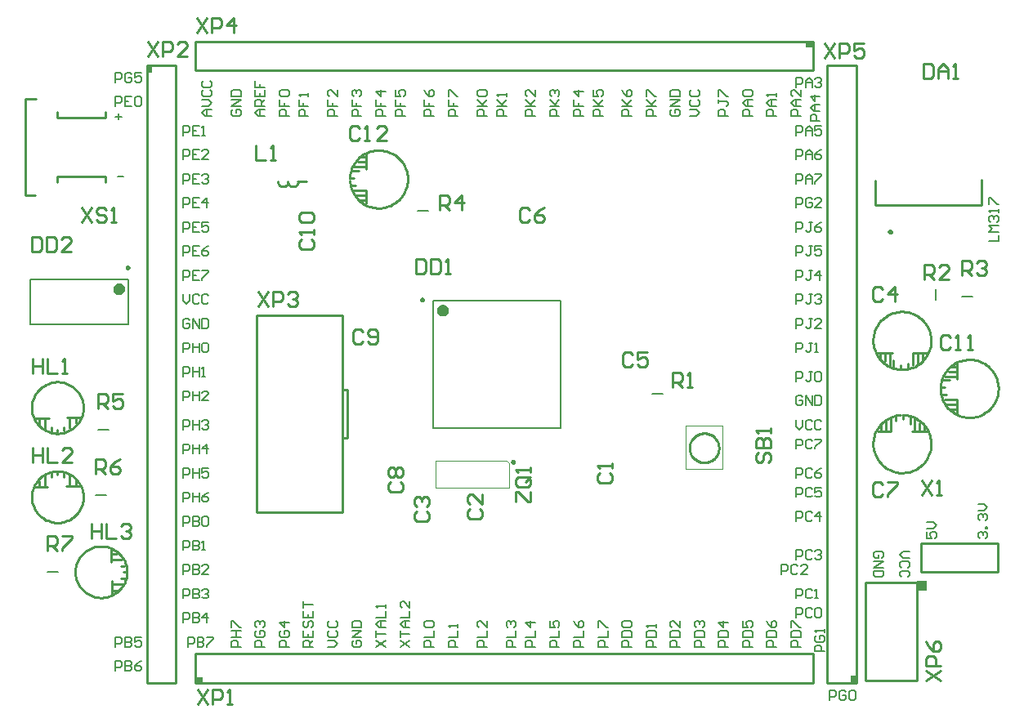
<source format=gto>
%FSTAX44Y44*%
%MOMM*%
%SFA1B1*%

%IPPOS*%
%ADD29C,0.599999*%
%ADD30C,0.250000*%
%ADD31C,0.253999*%
%ADD32C,0.200000*%
%ADD33C,0.100000*%
%ADD34R,0.799998X0.599999*%
%ADD35R,0.599999X0.799998*%
%ADD36R,0.999998X0.999998*%
%LNpcbat2560ver1-1*%
%LPD*%
G54D29*
X00441999Y00433499D02*
D01*
X00441992Y00433709*
X0044197Y00433917*
X00441934Y00434123*
X00441883Y00434326*
X00441819Y00434525*
X0044174Y00434719*
X00441648Y00434908*
X00441543Y00435089*
X00441426Y00435263*
X00441298Y00435428*
X00441157Y00435583*
X00441007Y00435729*
X00440846Y00435864*
X00440677Y00435986*
X00440499Y00436097*
X00440315Y00436196*
X00440123Y00436281*
X00439926Y00436352*
X00439725Y0043641*
X0043952Y00436454*
X00439313Y00436483*
X00439104Y00436497*
X00438895*
X00438686Y00436483*
X00438478Y00436454*
X00438274Y0043641*
X00438072Y00436352*
X00437875Y00436281*
X00437684Y00436196*
X00437499Y00436097*
X00437322Y00435986*
X00437152Y00435864*
X00436992Y00435729*
X00436841Y00435583*
X00436701Y00435428*
X00436572Y00435263*
X00436455Y00435089*
X0043635Y00434908*
X00436259Y00434719*
X0043618Y00434525*
X00436115Y00434326*
X00436065Y00434123*
X00436029Y00433917*
X00436007Y00433709*
X00435999Y00433499*
X00436007Y0043329*
X00436029Y00433082*
X00436065Y00432876*
X00436115Y00432672*
X0043618Y00432473*
X00436259Y00432279*
X0043635Y00432091*
X00436455Y0043191*
X00436572Y00431736*
X00436701Y00431571*
X00436841Y00431415*
X00436992Y0043127*
X00437152Y00431135*
X00437322Y00431012*
X00437499Y00430901*
X00437684Y00430803*
X00437875Y00430718*
X00438072Y00430646*
X00438274Y00430588*
X00438478Y00430545*
X00438686Y00430516*
X00438895Y00430501*
X00439104*
X00439313Y00430516*
X0043952Y00430545*
X00439725Y00430588*
X00439926Y00430646*
X00440123Y00430718*
X00440315Y00430803*
X00440499Y00430901*
X00440677Y00431012*
X00440846Y00431135*
X00441007Y0043127*
X00441157Y00431415*
X00441298Y00431571*
X00441426Y00431736*
X00441543Y0043191*
X00441648Y00432091*
X0044174Y00432279*
X00441819Y00432473*
X00441883Y00432672*
X00441934Y00432876*
X0044197Y00433082*
X00441992Y0043329*
X00441999Y00433499*
X00106499Y00455749D02*
D01*
X00106492Y00455959*
X0010647Y00456167*
X00106434Y00456373*
X00106383Y00456576*
X00106319Y00456775*
X0010624Y0045697*
X00106148Y00457158*
X00106043Y00457339*
X00105926Y00457513*
X00105798Y00457678*
X00105657Y00457833*
X00105507Y00457979*
X00105346Y00458113*
X00105177Y00458237*
X00104999Y00458347*
X00104814Y00458446*
X00104623Y00458531*
X00104427Y00458603*
X00104225Y0045866*
X0010402Y00458704*
X00103813Y00458733*
X00103604Y00458748*
X00103395*
X00103186Y00458733*
X00102978Y00458704*
X00102773Y0045866*
X00102572Y00458603*
X00102375Y00458531*
X00102184Y00458446*
X00101999Y00458347*
X00101822Y00458237*
X00101652Y00458113*
X00101492Y00457979*
X00101341Y00457833*
X00101201Y00457678*
X00101072Y00457513*
X00100955Y00457339*
X0010085Y00457158*
X00100759Y0045697*
X0010068Y00456775*
X00100616Y00456576*
X00100565Y00456373*
X00100529Y00456167*
X00100507Y00455959*
X00100499Y00455749*
X00100507Y0045554*
X00100529Y00455332*
X00100565Y00455126*
X00100616Y00454922*
X0010068Y00454723*
X00100759Y00454529*
X0010085Y00454341*
X00100955Y0045416*
X00101072Y00453986*
X00101201Y00453821*
X00101341Y00453665*
X00101492Y0045352*
X00101652Y00453385*
X00101822Y00453262*
X00101999Y00453151*
X00102184Y00453053*
X00102375Y00452968*
X00102572Y00452896*
X00102773Y00452839*
X00102978Y00452795*
X00103186Y00452766*
X00103395Y00452751*
X00103604*
X00103813Y00452766*
X0010402Y00452795*
X00104225Y00452839*
X00104427Y00452896*
X00104623Y00452968*
X00104814Y00453053*
X00104999Y00453151*
X00105177Y00453262*
X00105346Y00453385*
X00105507Y0045352*
X00105657Y00453665*
X00105798Y00453821*
X00105926Y00453986*
X00106043Y0045416*
X00106148Y00454341*
X0010624Y00454529*
X00106319Y00454723*
X00106383Y00454922*
X00106434Y00455126*
X0010647Y00455332*
X00106492Y0045554*
X00106499Y00455749*
G54D30*
X00418749Y004445D02*
D01*
X00418746Y00444587*
X00418737Y00444673*
X00418722Y00444759*
X00418701Y00444844*
X00418674Y00444927*
X00418641Y00445008*
X00418603Y00445086*
X00418559Y00445162*
X00418511Y00445234*
X00418457Y00445303*
X00418398Y00445368*
X00418336Y00445428*
X00418269Y00445485*
X00418198Y00445536*
X00418124Y00445582*
X00418047Y00445623*
X00417968Y00445658*
X00417886Y00445688*
X00417802Y00445712*
X00417716Y0044573*
X0041763Y00445743*
X00417543Y00445749*
X00417456*
X00417369Y00445743*
X00417282Y0044573*
X00417197Y00445712*
X00417113Y00445688*
X00417031Y00445658*
X00416951Y00445623*
X00416874Y00445582*
X004168Y00445536*
X0041673Y00445485*
X00416663Y00445428*
X004166Y00445368*
X00416542Y00445303*
X00416488Y00445234*
X00416439Y00445162*
X00416396Y00445086*
X00416357Y00445008*
X00416325Y00444927*
X00416298Y00444844*
X00416277Y00444759*
X00416262Y00444673*
X00416252Y00444587*
X00416249Y004445*
X00416252Y00444412*
X00416262Y00444326*
X00416277Y00444239*
X00416298Y00444155*
X00416325Y00444072*
X00416357Y00443991*
X00416396Y00443913*
X00416439Y00443837*
X00416488Y00443765*
X00416542Y00443696*
X004166Y00443631*
X00416663Y0044357*
X0041673Y00443514*
X004168Y00443463*
X00416874Y00443417*
X00416951Y00443376*
X00417031Y0044334*
X00417113Y00443311*
X00417197Y00443286*
X00417282Y00443268*
X00417369Y00443256*
X00417456Y0044325*
X00417543*
X0041763Y00443256*
X00417716Y00443268*
X00417802Y00443286*
X00417886Y00443311*
X00417968Y0044334*
X00418047Y00443376*
X00418124Y00443417*
X00418198Y00443463*
X00418269Y00443514*
X00418336Y0044357*
X00418398Y00443631*
X00418457Y00443696*
X00418511Y00443765*
X00418559Y00443837*
X00418603Y00443913*
X00418641Y00443991*
X00418674Y00444072*
X00418701Y00444155*
X00418722Y00444239*
X00418737Y00444326*
X00418746Y00444412*
X00418749Y004445*
X00113999Y00477749D02*
D01*
X00113996Y00477836*
X00113987Y00477923*
X00113972Y00478009*
X00113951Y00478094*
X00113924Y00478177*
X00113891Y00478258*
X00113853Y00478336*
X0011381Y00478412*
X00113761Y00478484*
X00113707Y00478553*
X00113648Y00478618*
X00113586Y00478678*
X00113519Y00478734*
X00113448Y00478786*
X00113374Y00478832*
X00113297Y00478873*
X00113218Y00478908*
X00113136Y00478938*
X00113052Y00478962*
X00112967Y00478981*
X0011288Y00478992*
X00112793Y00478999*
X00112706*
X00112619Y00478992*
X00112532Y00478981*
X00112447Y00478962*
X00112363Y00478938*
X00112281Y00478908*
X00112201Y00478873*
X00112124Y00478832*
X0011205Y00478786*
X0011198Y00478734*
X00111913Y00478678*
X0011185Y00478618*
X00111792Y00478553*
X00111738Y00478484*
X00111689Y00478412*
X00111646Y00478336*
X00111607Y00478258*
X00111575Y00478177*
X00111548Y00478094*
X00111527Y00478009*
X00111512Y00477923*
X00111502Y00477836*
X00111499Y00477749*
X00111502Y00477662*
X00111512Y00477575*
X00111527Y0047749*
X00111548Y00477405*
X00111575Y00477322*
X00111607Y00477241*
X00111646Y00477163*
X00111689Y00477087*
X00111738Y00477015*
X00111792Y00476946*
X0011185Y00476881*
X00111913Y0047682*
X0011198Y00476764*
X0011205Y00476713*
X00112124Y00476667*
X00112201Y00476626*
X00112281Y0047659*
X00112363Y00476561*
X00112447Y00476537*
X00112532Y00476518*
X00112619Y00476506*
X00112706Y004765*
X00112793*
X0011288Y00476506*
X00112967Y00476518*
X00113052Y00476537*
X00113136Y00476561*
X00113218Y0047659*
X00113297Y00476626*
X00113374Y00476667*
X00113448Y00476713*
X00113519Y00476764*
X00113586Y0047682*
X00113648Y00476881*
X00113707Y00476946*
X00113761Y00477015*
X0011381Y00477087*
X00113853Y00477163*
X00113891Y00477241*
X00113924Y00477322*
X00113951Y00477405*
X00113972Y0047749*
X00113987Y00477575*
X00113996Y00477662*
X00113999Y00477749*
G54D31*
X00725239Y00290998D02*
D01*
X00725202Y00292061*
X00725091Y00293119*
X00724906Y00294167*
X00724649Y00295199*
X0072432Y00296211*
X00723922Y00297197*
X00723456Y00298153*
X00722924Y00299074*
X00722329Y00299956*
X00721674Y00300794*
X00720962Y00301585*
X00720197Y00302324*
X00719382Y00303008*
X00718522Y00303633*
X00717619Y00304197*
X0071668Y00304696*
X00715708Y00305129*
X00714709Y00305492*
X00713686Y00305786*
X00712646Y00306007*
X00711592Y00306155*
X00710531Y00306229*
X00709467*
X00708406Y00306155*
X00707353Y00306007*
X00706313Y00305786*
X0070529Y00305492*
X0070429Y00305129*
X00703319Y00304696*
X00702379Y00304197*
X00701477Y00303633*
X00700617Y00303008*
X00699802Y00302324*
X00699037Y00301585*
X00698325Y00300794*
X0069767Y00299956*
X00697075Y00299074*
X00696543Y00298153*
X00696077Y00297197*
X00695679Y00296211*
X0069535Y00295199*
X00695092Y00294167*
X00694908Y00293119*
X00694796Y00292061*
X00694759Y00290998*
X00694796Y00289935*
X00694908Y00288877*
X00695092Y0028783*
X0069535Y00286798*
X00695679Y00285786*
X00696077Y002848*
X00696543Y00283844*
X00697075Y00282922*
X0069767Y00282041*
X00698325Y00281202*
X00699037Y00280412*
X00699802Y00279673*
X00700617Y00278989*
X00701477Y00278364*
X00702379Y002778*
X00703319Y00277301*
X0070429Y00276868*
X0070529Y00276504*
X00706313Y00276211*
X00707353Y0027599*
X00708406Y00275842*
X00709467Y00275768*
X00710531*
X00711592Y00275842*
X00712646Y0027599*
X00713686Y00276211*
X00714709Y00276504*
X00715708Y00276868*
X0071668Y00277301*
X00717619Y002778*
X00718522Y00278364*
X00719382Y00278989*
X00720197Y00279673*
X00720962Y00280412*
X00721674Y00281202*
X00722329Y00282041*
X00722924Y00282922*
X00723456Y00283844*
X00723922Y002848*
X0072432Y00285786*
X00724649Y00286798*
X00724906Y0028783*
X00725091Y00288877*
X00725202Y00289935*
X00725239Y00290998*
X00904013Y00514999D02*
D01*
X0090401Y00515098*
X00904Y00515196*
X00903982Y00515293*
X00903959Y00515389*
X00903928Y00515483*
X00903891Y00515575*
X00903848Y00515663*
X00903799Y00515749*
X00903743Y00515831*
X00903682Y00515908*
X00903616Y00515982*
X00903546Y0051605*
X0090347Y00516114*
X0090339Y00516172*
X00903306Y00516224*
X00903219Y0051627*
X00903129Y0051631*
X00903036Y00516344*
X00902942Y00516371*
X00902845Y00516392*
X00902747Y00516406*
X00902649Y00516412*
X0090255*
X00902452Y00516406*
X00902354Y00516392*
X00902257Y00516371*
X00902163Y00516344*
X0090207Y0051631*
X00901979Y0051627*
X00901892Y00516224*
X00901809Y00516172*
X00901729Y00516114*
X00901653Y0051605*
X00901582Y00515982*
X00901516Y00515908*
X00901455Y00515831*
X009014Y00515749*
X00901351Y00515663*
X00901308Y00515575*
X00901271Y00515483*
X0090124Y00515389*
X00901216Y00515293*
X00901199Y00515196*
X00901189Y00515098*
X00901185Y00514999*
X00901189Y00514901*
X00901199Y00514803*
X00901216Y00514705*
X0090124Y0051461*
X00901271Y00514516*
X00901308Y00514424*
X00901351Y00514336*
X009014Y0051425*
X00901455Y00514168*
X00901516Y0051409*
X00901582Y00514017*
X00901653Y00513949*
X00901729Y00513885*
X00901809Y00513827*
X00901892Y00513775*
X00901979Y00513728*
X0090207Y00513688*
X00902163Y00513655*
X00902257Y00513627*
X00902354Y00513607*
X00902452Y00513593*
X0090255Y00513586*
X00902649*
X00902747Y00513593*
X00902845Y00513607*
X00902942Y00513627*
X00903036Y00513655*
X00903129Y00513688*
X00903219Y00513728*
X00903306Y00513775*
X0090339Y00513827*
X0090347Y00513885*
X00903546Y00513949*
X00903616Y00514017*
X00903682Y0051409*
X00903743Y00514168*
X00903799Y0051425*
X00903848Y00514336*
X00903891Y00514424*
X00903928Y00514516*
X00903959Y0051461*
X00903982Y00514705*
X00904Y00514803*
X0090401Y00514901*
X00904013Y00514999*
X00111899Y00162499D02*
D01*
X00111834Y00164362*
X0011164Y00166215*
X00111316Y00168051*
X00110865Y00169859*
X00110289Y00171631*
X00109591Y00173359*
X00108774Y00175034*
X00107842Y00176648*
X001068Y00178193*
X00105653Y00179662*
X00104406Y00181047*
X00103065Y00182341*
X00101638Y00183539*
X0010013Y00184635*
X00098549Y00185622*
X00096904Y00186497*
X00095201Y00187255*
X0009345Y00187893*
X00091659Y00188406*
X00089836Y00188794*
X0008799Y00189053*
X00086131Y00189183*
X00084268*
X00082409Y00189053*
X00080563Y00188794*
X0007874Y00188406*
X00076949Y00187893*
X00075197Y00187255*
X00073495Y00186497*
X00071849Y00185622*
X00070269Y00184635*
X00068761Y00183539*
X00067334Y00182341*
X00065993Y00181047*
X00064746Y00179662*
X00063599Y00178193*
X00062556Y00176648*
X00061625Y00175034*
X00060808Y00173359*
X0006011Y00171631*
X00059534Y00169859*
X00059083Y00168051*
X00058759Y00166215*
X00058565Y00164362*
X00058499Y00162499*
X00058565Y00160637*
X00058759Y00158784*
X00059083Y00156948*
X00059534Y0015514*
X0006011Y00153367*
X00060808Y0015164*
X00061625Y00149964*
X00062556Y0014835*
X00063599Y00146805*
X00064746Y00145337*
X00065993Y00143952*
X00067334Y00142657*
X00068761Y00141459*
X00070269Y00140364*
X00071849Y00139376*
X00073495Y00138502*
X00075197Y00137743*
X00076949Y00137106*
X0007874Y00136593*
X00080563Y00136205*
X00082409Y00135946*
X00084268Y00135816*
X00086131*
X0008799Y00135946*
X00089836Y00136205*
X00091659Y00136593*
X0009345Y00137106*
X00095201Y00137743*
X00096904Y00138502*
X00098549Y00139376*
X0010013Y00140364*
X00101638Y00141459*
X00103065Y00142657*
X00104406Y00143952*
X00105653Y00145337*
X001068Y00146805*
X00107842Y0014835*
X00108774Y00149964*
X00109591Y0015164*
X00110289Y00153367*
X00110865Y0015514*
X00111316Y00156948*
X0011164Y00158784*
X00111834Y00160637*
X00111899Y00162499*
X0095479Y00351137D02*
D01*
X00954958Y0034905*
X00955272Y0034698*
X00955729Y00344936*
X00956327Y00342929*
X00957064Y0034097*
X00957936Y00339066*
X00958938Y00337227*
X00960066Y00335463*
X00961315Y00333782*
X00962678Y00332193*
X00964148Y00330702*
X00965719Y00329317*
X00967383Y00328045*
X00969131Y00326893*
X00970955Y00325865*
X00972847Y00324967*
X00974797Y00324203*
X00976795Y00323577*
X00978832Y00323092*
X00980898Y0032275*
X00982982Y00322553*
X00985076Y00322502*
X00987167Y00322597*
X00989247Y00322838*
X00991306Y00323223*
X00993332Y00323751*
X00995317Y00324419*
X0099725Y00325224*
X00999122Y00326162*
X01000924Y00327228*
X01002648Y00328417*
X01004284Y00329724*
X01005826Y00331141*
X01007264Y00332663*
X01008593Y00334281*
X01009806Y00335988*
X01010897Y00337775*
X0101186Y00339634*
X01012692Y00341556*
X01013387Y00343531*
X01013943Y0034555*
X01014357Y00347603*
X01014626Y00349679*
X0101475Y00351769*
X01014728Y00353863*
X0101456Y00355951*
X01014247Y00358021*
X0101379Y00360065*
X01013192Y00362071*
X01012455Y00364031*
X01011583Y00365935*
X01010581Y00367773*
X01009452Y00369537*
X01008204Y00371218*
X01006841Y00372808*
X0100537Y00374299*
X010038Y00375684*
X01002136Y00376955*
X01000388Y00378108*
X00998563Y00379136*
X00996672Y00380034*
X00994722Y00380798*
X00992724Y00381424*
X00990687Y00381909*
X00988621Y00382251*
X00986537Y00382448*
X00984443Y00382499*
X00982351Y00382404*
X00980271Y00382163*
X00978213Y00381778*
X00976187Y00381249*
X00974202Y00380581*
X00972269Y00379776*
X00970397Y00378839*
X00968594Y00377773*
X00966871Y00376584*
X00965235Y00375277*
X00963693Y0037386*
X00962255Y00372338*
X00960926Y0037072*
X00959713Y00369013*
X00958622Y00367226*
X00957658Y00365367*
X00956827Y00363445*
X00956131Y0036147*
X00955576Y00359451*
X00955162Y00357398*
X00954892Y00355322*
X00954768Y00353231*
X00954759Y00352499*
X00916362Y0037229D02*
D01*
X0091845Y00372458*
X0092052Y00372772*
X00922564Y00373229*
X0092457Y00373827*
X0092653Y00374564*
X00928434Y00375436*
X00930272Y00376438*
X00932036Y00377566*
X00933717Y00378815*
X00935307Y00380178*
X00936798Y00381648*
X00938183Y00383219*
X00939454Y00384883*
X00940607Y00386631*
X00941635Y00388455*
X00942533Y00390347*
X00943297Y00392297*
X00943923Y00394295*
X00944408Y00396332*
X0094475Y00398397*
X00944947Y00400482*
X00944998Y00402576*
X00944903Y00404667*
X00944662Y00406747*
X00944277Y00408806*
X00943748Y00410832*
X0094308Y00412817*
X00942275Y0041475*
X00941338Y00416622*
X00940272Y00418424*
X00939083Y00420148*
X00937776Y00421784*
X00936359Y00423326*
X00934837Y00424764*
X00933219Y00426093*
X00931512Y00427306*
X00929725Y00428397*
X00927866Y0042936*
X00925944Y00430192*
X00923969Y00430887*
X0092195Y00431443*
X00919897Y00431857*
X00917821Y00432126*
X0091573Y0043225*
X00913636Y00432228*
X00911549Y0043206*
X00909479Y00431747*
X00907435Y0043129*
X00905428Y00430692*
X00903469Y00429955*
X00901565Y00429083*
X00899726Y0042808*
X00897962Y00426952*
X00896281Y00425704*
X00894692Y00424341*
X00893201Y0042287*
X00891816Y004213*
X00890544Y00419636*
X00889392Y00417888*
X00888364Y00416063*
X00887466Y00414172*
X00886702Y00412222*
X00886076Y00410224*
X00885591Y00408187*
X00885249Y00406121*
X00885052Y00404037*
X00885001Y00401943*
X00885096Y00399851*
X00885337Y00397771*
X00885722Y00395713*
X0088625Y00393687*
X00886918Y00391702*
X00887723Y00389769*
X00888661Y00387897*
X00889727Y00386094*
X00890916Y00384371*
X00892223Y00382735*
X0089364Y00381193*
X00895162Y00379755*
X0089678Y00378426*
X00898487Y00377213*
X00900274Y00376122*
X00902133Y00375159*
X00904055Y00374327*
X0090603Y00373631*
X00908049Y00373076*
X00910102Y00372662*
X00912178Y00372392*
X00914268Y00372268*
X00914999Y00372259*
X00066699Y00240199D02*
D01*
X00066634Y00242062*
X0006644Y00243915*
X00066116Y00245751*
X00065665Y00247559*
X00065089Y00249331*
X00064391Y00251059*
X00063574Y00252734*
X00062642Y00254348*
X000616Y00255893*
X00060453Y00257362*
X00059206Y00258747*
X00057865Y00260041*
X00056438Y00261239*
X0005493Y00262335*
X00053349Y00263322*
X00051704Y00264197*
X00050001Y00264955*
X0004825Y00265593*
X00046459Y00266106*
X00044636Y00266494*
X0004279Y00266753*
X00040931Y00266883*
X00039067*
X00037208Y00266753*
X00035363Y00266494*
X0003354Y00266106*
X00031749Y00265593*
X00029997Y00264955*
X00028295Y00264197*
X00026649Y00263322*
X00025069Y00262335*
X00023561Y00261239*
X00022134Y00260041*
X00020793Y00258747*
X00019546Y00257362*
X00018398Y00255893*
X00017357Y00254348*
X00016425Y00252734*
X00015608Y00251059*
X0001491Y00249331*
X00014334Y00247559*
X00013883Y00245751*
X00013559Y00243915*
X00013364Y00242062*
X00013299Y00240199*
X00013364Y00238337*
X00013559Y00236483*
X00013883Y00234648*
X00014334Y0023284*
X0001491Y00231067*
X00015608Y00229339*
X00016425Y00227665*
X00017357Y00226051*
X00018398Y00224506*
X00019546Y00223037*
X00020793Y00221652*
X00022134Y00220357*
X00023561Y0021916*
X00025069Y00218064*
X00026649Y00217077*
X00028295Y00216202*
X00029997Y00215444*
X00031749Y00214806*
X0003354Y00214292*
X00035363Y00213905*
X00037208Y00213646*
X00039067Y00213516*
X00040931*
X0004279Y00213646*
X00044636Y00213905*
X00046459Y00214292*
X0004825Y00214806*
X00050001Y00215444*
X00051704Y00216202*
X00053349Y00217077*
X0005493Y00218064*
X00056438Y0021916*
X00057865Y00220357*
X00059206Y00221652*
X00060453Y00223037*
X000616Y00224506*
X00062642Y00226051*
X00063574Y00227665*
X00064391Y00229339*
X00065089Y00231067*
X00065665Y0023284*
X00066116Y00234648*
X0006644Y00236483*
X00066634Y00238337*
X00066699Y00240199*
Y00332699D02*
D01*
X00066634Y00334562*
X0006644Y00336415*
X00066116Y00338251*
X00065665Y00340059*
X00065089Y00341831*
X00064391Y00343559*
X00063574Y00345234*
X00062642Y00346848*
X000616Y00348393*
X00060453Y00349862*
X00059206Y00351247*
X00057865Y00352541*
X00056438Y00353739*
X0005493Y00354835*
X00053349Y00355822*
X00051704Y00356697*
X00050001Y00357455*
X0004825Y00358093*
X00046459Y00358606*
X00044636Y00358994*
X0004279Y00359253*
X00040931Y00359383*
X00039067*
X00037208Y00359253*
X00035363Y00358994*
X0003354Y00358606*
X00031749Y00358093*
X00029997Y00357455*
X00028295Y00356697*
X00026649Y00355822*
X00025069Y00354835*
X00023561Y00353739*
X00022134Y00352541*
X00020793Y00351247*
X00019546Y00349862*
X00018398Y00348393*
X00017357Y00346848*
X00016425Y00345234*
X00015608Y00343559*
X0001491Y00341831*
X00014334Y00340059*
X00013883Y00338251*
X00013559Y00336415*
X00013364Y00334562*
X00013299Y00332699*
X00013364Y00330837*
X00013559Y00328983*
X00013883Y00327148*
X00014334Y0032534*
X0001491Y00323568*
X00015608Y0032184*
X00016425Y00320164*
X00017357Y00318551*
X00018398Y00317005*
X00019546Y00315537*
X00020793Y00314152*
X00022134Y00312857*
X00023561Y0031166*
X00025069Y00310564*
X00026649Y00309576*
X00028295Y00308701*
X00029997Y00307944*
X00031749Y00307306*
X0003354Y00306792*
X00035363Y00306405*
X00037208Y00306146*
X00039067Y00306016*
X00040931*
X0004279Y00306146*
X00044636Y00306405*
X00046459Y00306792*
X0004825Y00307306*
X00050001Y00307944*
X00051704Y00308701*
X00053349Y00309576*
X0005493Y00310564*
X00056438Y0031166*
X00057865Y00312857*
X00059206Y00314152*
X00060453Y00315537*
X000616Y00317005*
X00062642Y00318551*
X00063574Y00320164*
X00064391Y0032184*
X00065089Y00323568*
X00065665Y0032534*
X00066116Y00327148*
X0006644Y00328983*
X00066634Y00330837*
X00066699Y00332699*
X0034279Y00568137D02*
D01*
X00342958Y0056605*
X00343272Y0056398*
X00343729Y00561936*
X00344327Y0055993*
X00345064Y0055797*
X00345936Y00556066*
X00346938Y00554227*
X00348067Y00552463*
X00349315Y00550782*
X00350678Y00549192*
X00352148Y00547702*
X00353719Y00546317*
X00355383Y00545045*
X00357131Y00543893*
X00358955Y00542865*
X00360847Y00541967*
X00362797Y00541203*
X00364795Y00540577*
X00366832Y00540092*
X00368898Y0053975*
X00370982Y00539553*
X00373076Y00539502*
X00375167Y00539597*
X00377247Y00539838*
X00379306Y00540223*
X00381332Y00540751*
X00383316Y00541419*
X0038525Y00542224*
X00387122Y00543162*
X00388924Y00544228*
X00390648Y00545417*
X00392284Y00546724*
X00393825Y00548141*
X00395264Y00549663*
X00396593Y00551281*
X00397806Y00552988*
X00398897Y00554775*
X0039986Y00556634*
X00400692Y00558556*
X00401387Y00560531*
X00401943Y0056255*
X00402357Y00564603*
X00402626Y00566679*
X00402751Y0056877*
X00402728Y00570863*
X0040256Y00572951*
X00402247Y00575021*
X0040179Y00577064*
X00401192Y00579071*
X00400455Y00581031*
X00399583Y00582935*
X00398581Y00584774*
X00397452Y00586537*
X00396204Y00588218*
X00394841Y00589808*
X00393371Y00591299*
X003918Y00592684*
X00390136Y00593955*
X00388388Y00595108*
X00386563Y00596136*
X00384672Y00597034*
X00382722Y00597798*
X00380724Y00598424*
X00378687Y00598909*
X00376621Y00599251*
X00374536Y00599448*
X00372443Y00599499*
X00370351Y00599403*
X00368271Y00599163*
X00366213Y00598777*
X00364187Y0059825*
X00362202Y00597581*
X00360269Y00596777*
X00358397Y00595839*
X00356594Y00594773*
X00354871Y00593584*
X00353235Y00592277*
X00351693Y0059086*
X00350255Y00589338*
X00348926Y0058772*
X00347713Y00586013*
X00346622Y00584226*
X00345658Y00582366*
X00344827Y00580445*
X00344132Y0057847*
X00343576Y00576451*
X00343162Y00574398*
X00342892Y00572321*
X00342768Y00570231*
X00342759Y00569499*
X00278789Y00566999D02*
D01*
X00278802Y00566634*
X0027884Y00566271*
X00278904Y00565911*
X00278992Y00565556*
X00279105Y00565209*
X00279242Y0056487*
X00279402Y00564541*
X00279585Y00564225*
X00279789Y00563922*
X00280014Y00563634*
X00280259Y00563362*
X00280522Y00563108*
X00280802Y00562873*
X00281097Y00562659*
X00281407Y00562465*
X0028173Y00562293*
X00282064Y00562145*
X00282407Y0056202*
X00282759Y00561919*
X00283116Y00561843*
X00283478Y00561792*
X00283843Y00561766*
X00284208*
X00284573Y00561792*
X00284935Y00561843*
X00285292Y00561919*
X00285643Y0056202*
X00285987Y00562145*
X00286321Y00562293*
X00286643Y00562465*
X00286953Y00562659*
X00287249Y00562873*
X00287529Y00563108*
X00287792Y00563362*
X00288036Y00563634*
X00288261Y00563922*
X00288466Y00564225*
X00288648Y00564541*
X00288809Y0056487*
X00288946Y00565209*
X00289059Y00565556*
X00289147Y00565911*
X00289211Y00566271*
X00289249Y00566634*
X00289262Y00566999*
X00268316D02*
D01*
X00268329Y00566634*
X00268367Y00566271*
X00268431Y00565911*
X00268519Y00565556*
X00268632Y00565209*
X00268769Y0056487*
X00268929Y00564541*
X00269112Y00564225*
X00269316Y00563922*
X00269541Y00563634*
X00269786Y00563362*
X00270049Y00563108*
X00270329Y00562873*
X00270625Y00562659*
X00270934Y00562465*
X00271257Y00562293*
X00271591Y00562145*
X00271934Y0056202*
X00272286Y00561919*
X00272643Y00561843*
X00273005Y00561792*
X0027337Y00561766*
X00273735*
X002741Y00561792*
X00274461Y00561843*
X00274819Y00561919*
X0027517Y0056202*
X00275514Y00562145*
X00275848Y00562293*
X0027617Y00562465*
X0027648Y00562659*
X00276776Y00562873*
X00277056Y00563108*
X00277319Y00563362*
X00277563Y00563634*
X00277788Y00563922*
X00277993Y00564225*
X00278175Y00564541*
X00278336Y0056487*
X00278473Y00565209*
X00278585Y00565556*
X00278674Y00565911*
X00278737Y00566271*
X00278776Y00566634*
X00278789Y00566999*
X00513179Y00276469D02*
D01*
X00513176Y00276558*
X00513167Y00276646*
X00513152Y00276734*
X0051313Y00276819*
X00513103Y00276904*
X0051307Y00276986*
X00513031Y00277065*
X00512986Y00277142*
X00512937Y00277216*
X00512882Y00277286*
X00512823Y00277351*
X00512759Y00277413*
X00512691Y0027747*
X0051262Y00277522*
X00512544Y00277569*
X00512466Y00277611*
X00512385Y00277647*
X00512302Y00277677*
X00512217Y00277702*
X0051213Y0027772*
X00512042Y00277732*
X00511954Y00277739*
X00511865*
X00511777Y00277732*
X00511689Y0027772*
X00511602Y00277702*
X00511517Y00277677*
X00511434Y00277647*
X00511353Y00277611*
X00511274Y00277569*
X00511199Y00277522*
X00511128Y0027747*
X0051106Y00277413*
X00510996Y00277351*
X00510937Y00277286*
X00510882Y00277216*
X00510832Y00277142*
X00510788Y00277065*
X00510749Y00276986*
X00510716Y00276904*
X00510689Y00276819*
X00510667Y00276734*
X00510652Y00276646*
X00510642Y00276558*
X00510639Y00276469*
X00510642Y00276381*
X00510652Y00276293*
X00510667Y00276205*
X00510689Y00276119*
X00510716Y00276035*
X00510749Y00275953*
X00510788Y00275873*
X00510832Y00275796*
X00510882Y00275723*
X00510937Y00275653*
X00510996Y00275587*
X0051106Y00275525*
X00511128Y00275469*
X00511199Y00275417*
X00511274Y0027537*
X00511353Y00275328*
X00511434Y00275292*
X00511517Y00275262*
X00511602Y00275237*
X00511689Y00275219*
X00511777Y00275206*
X00511865Y002752*
X00511954*
X00512042Y00275206*
X0051213Y00275219*
X00512217Y00275237*
X00512302Y00275262*
X00512385Y00275292*
X00512466Y00275328*
X00512544Y0027537*
X0051262Y00275417*
X00512691Y00275469*
X00512759Y00275525*
X00512823Y00275587*
X00512882Y00275653*
X00512937Y00275723*
X00512986Y00275796*
X00513031Y00275873*
X0051307Y00275953*
X00513103Y00276035*
X0051313Y00276119*
X00513152Y00276205*
X00513167Y00276293*
X00513176Y00276381*
X00513179Y00276469*
X00913636Y00325208D02*
D01*
X00911549Y0032504*
X00909479Y00324727*
X00907435Y0032427*
X00905428Y00323672*
X00903469Y00322935*
X00901565Y00322063*
X00899726Y00321061*
X00897962Y00319932*
X00896281Y00318684*
X00894692Y00317321*
X00893201Y00315851*
X00891816Y0031428*
X00890544Y00312616*
X00889392Y00310868*
X00888364Y00309044*
X00887466Y00307152*
X00886702Y00305202*
X00886076Y00303204*
X00885591Y00301167*
X00885249Y00299101*
X00885052Y00297016*
X00885001Y00294923*
X00885096Y00292831*
X00885337Y00290751*
X00885722Y00288693*
X0088625Y00286667*
X00886918Y00284682*
X00887723Y00282749*
X00888661Y00280877*
X00889727Y00279074*
X00890916Y00277351*
X00892223Y00275714*
X0089364Y00274173*
X00895162Y00272735*
X0089678Y00271406*
X00898487Y00270193*
X00900274Y00269102*
X00902133Y00268138*
X00904055Y00267307*
X0090603Y00266612*
X00908049Y00266056*
X00910102Y00265642*
X00912178Y00265372*
X00914268Y00265248*
X00916362Y0026527*
X0091845Y00265438*
X0092052Y00265752*
X00922564Y00266209*
X0092457Y00266807*
X0092653Y00267544*
X00928434Y00268416*
X00930272Y00269418*
X00932036Y00270547*
X00933717Y00271795*
X00935307Y00273158*
X00936798Y00274628*
X00938183Y00276199*
X00939454Y00277863*
X00940607Y00279611*
X00941635Y00281435*
X00942533Y00283327*
X00943297Y00285277*
X00943923Y00287275*
X00944408Y00289312*
X0094475Y00291378*
X00944947Y00293462*
X00944998Y00295556*
X00944903Y00297647*
X00944662Y00299728*
X00944277Y00301786*
X00943748Y00303812*
X0094308Y00305797*
X00942275Y0030773*
X00941338Y00309602*
X00940272Y00311404*
X00939083Y00313128*
X00937776Y00314764*
X00936359Y00316305*
X00934837Y00317744*
X00933219Y00319073*
X00931512Y00320286*
X00929725Y00321377*
X00927866Y0032234*
X00925944Y00323172*
X00923969Y00323867*
X0092195Y00324423*
X00919897Y00324837*
X00917821Y00325106*
X0091573Y0032523*
X00914999Y00325239*
X00997599Y00542999D02*
Y00568999D01*
X00887599Y00542999D02*
X00997599D01*
X00887599D02*
Y00567999D01*
X00095359Y00181549D02*
X00101709D01*
X00095359Y00175199D02*
X00106789D01*
X00105519Y00168849D02*
X00109329D01*
X00108059Y00162499D02*
X00111899D01*
X00105519Y00156149D02*
X00110599D01*
X00097899Y00149799D02*
X00108059D01*
X00096629Y00143449D02*
X00102979D01*
X00096629Y00139639D02*
Y00153609D01*
X00095359Y00172659D02*
Y00186629D01*
X00934599Y00192499D02*
X01014599D01*
Y00162499D02*
Y00192499D01*
X00934599Y00162499D02*
X01014599D01*
X00934599D02*
Y00192499D01*
X00964439Y00330909D02*
X00972059D01*
X00960629Y00335989D02*
X00970789D01*
X00959359Y00341069D02*
X00972059D01*
X00956819Y00346149D02*
X00960629D01*
X00955549Y00353769D02*
X00959359D01*
X00956819Y00361389D02*
X00964439D01*
X00959359Y00365199D02*
X00970789D01*
X00963169Y00370279D02*
X00970789D01*
X00965709Y00375359D02*
X00972059D01*
Y00362659D02*
Y00379169D01*
Y00327099D02*
Y00341069D01*
X00936589Y00381939D02*
Y00389559D01*
X00931509Y00378129D02*
Y00388289D01*
X00926429Y00376859D02*
Y00389559D01*
X00921349Y00374319D02*
Y00378129D01*
X00913729Y00373049D02*
Y00376859D01*
X00906109Y00374319D02*
Y00381939D01*
X00902299Y00376859D02*
Y00388289D01*
X00897219Y00380669D02*
Y00388289D01*
X00892139Y00383209D02*
Y00389559D01*
X00888329D02*
X00904839D01*
X00926429D02*
X00940399D01*
X00246399Y00428599D02*
X00335399D01*
X00246399Y00330599D02*
Y00428599D01*
X00335399Y00224599D02*
Y00428599D01*
X00246399Y00224599D02*
X00335399D01*
X00246399D02*
Y00330599D01*
X00335399Y00351599D02*
X00340399D01*
Y00301599D02*
Y00351599D01*
X00336399Y00301599D02*
X00340399D01*
X00020949Y00250359D02*
Y00256709D01*
X00027299Y00261789D02*
Y00250359D01*
X00033649Y00260519D02*
Y00264329D01*
X00039999Y00263059D02*
Y00266899D01*
X00046349Y00260519D02*
Y00265599D01*
X00052699Y00252899D02*
Y00263059D01*
X00059049Y00257979D02*
Y00251629D01*
X00048889D02*
X00062859D01*
X00015869Y00250359D02*
X00029839D01*
X00059049Y00316189D02*
Y00322539D01*
X00052699D02*
Y00311109D01*
X00046349Y00308569D02*
Y00312379D01*
X00039999Y00305999D02*
Y00309839D01*
X00033649Y00307299D02*
Y00312379D01*
X00027299Y00309839D02*
Y00319999D01*
X00020949Y00321269D02*
Y00314919D01*
X00017139Y00321269D02*
X00031109D01*
X00050159Y00322539D02*
X00064129D01*
X001828Y00681999D02*
X008228D01*
X001828D02*
Y00711999D01*
X008228*
Y00681999D02*
Y00711999D01*
X00162499Y00047499D02*
Y00687499D01*
X00132499Y00047499D02*
X00162499D01*
X00132499D02*
Y00687499D01*
X00162499*
X00352439Y00547909D02*
X00360059D01*
X00348629Y00552989D02*
X00358789D01*
X00347359Y00558069D02*
X00360059D01*
X00344819Y00563149D02*
X00348629D01*
X00343549Y00570769D02*
X00347359D01*
X00344819Y00578389D02*
X00352439D01*
X00347359Y00582199D02*
X00358789D01*
X00351169Y00587279D02*
X00358789D01*
X00353709Y00592359D02*
X00360059D01*
Y00579659D02*
Y00596169D01*
Y00544099D02*
Y00558069D01*
X00288949Y00566999D02*
X00297839D01*
X00837499Y00047498D02*
Y00687497D01*
X00867499*
Y00047498D02*
Y00687497D01*
X00837499Y00047498D02*
X00867499D01*
X00877498Y001517D02*
X00930498D01*
X00877498D02*
Y000497D01*
X00930498*
Y001517*
X00089999Y00633499D02*
Y00639499D01*
X00039999Y00633499D02*
X00089999D01*
X00039999D02*
Y00639499D01*
Y00566499D02*
Y00572499D01*
X00089999*
Y00566499D02*
Y00572499D01*
X00006999Y00652499D02*
X00017999D01*
X00006999Y00552499D02*
X00016999D01*
X00006999D02*
Y00652499D01*
X00893409Y00307939D02*
Y00315559D01*
X00898489Y00309209D02*
Y00319369D01*
X00903569Y00307939D02*
Y00320639D01*
X00908649Y00319369D02*
Y00323179D01*
X00916269Y00320639D02*
Y00324449D01*
X00923889Y00315559D02*
Y00323179D01*
X00927699Y00309209D02*
Y00320639D01*
X00932779Y00309209D02*
Y00316829D01*
X00937859Y00314289D02*
Y00307939D01*
X00925159D02*
X00941669D01*
X00889599D02*
X00903569D01*
X001828Y000775D02*
X008228D01*
Y000475D02*
Y000775D01*
X001828Y000475D02*
X008228D01*
X001828D02*
Y000775D01*
X00411583Y00486378D02*
Y00471143D01*
X00419201*
X0042174Y00473682*
Y00483839*
X00419201Y00486378*
X00411583*
X00426818D02*
Y00471143D01*
X00434436*
X00436975Y00473682*
Y00483839*
X00434436Y00486378*
X00426818*
X00442053Y00471143D02*
X00447131D01*
X00444592*
Y00486378*
X00442053Y00483839*
X00602303Y00265156D02*
X00599764Y00262616D01*
Y00257538*
X00602303Y00254999*
X0061246*
X00614999Y00257538*
Y00262616*
X0061246Y00265156*
X00614999Y00270234D02*
Y00275312D01*
Y00272773*
X00599764*
X00602303Y00270234*
X00467703Y00227656D02*
X00465164Y00225116D01*
Y00220038*
X00467703Y00217499*
X0047786*
X00480399Y00220038*
Y00225116*
X0047786Y00227656*
X00480399Y00242891D02*
Y00232734D01*
X00470242Y00242891*
X00467703*
X00465164Y00240352*
Y00235273*
X00467703Y00232734*
X00412303Y00225156D02*
X00409764Y00222616D01*
Y00217538*
X00412303Y00214999*
X0042246*
X00424999Y00217538*
Y00222616*
X0042246Y00225156*
X00412303Y00230234D02*
X00409764Y00232773D01*
Y00237852*
X00412303Y00240391*
X00414842*
X00417382Y00237852*
Y00235312*
Y00237852*
X00419921Y00240391*
X0042246*
X00424999Y00237852*
Y00232773*
X0042246Y00230234*
X00895152Y00455275D02*
X00892613Y00457814D01*
X00887534*
X00884995Y00455275*
Y00445118*
X00887534Y00442579*
X00892613*
X00895152Y00445118*
X00907848Y00442579D02*
Y00457814D01*
X0090023Y00450197*
X00910387*
X0063572Y00387717D02*
X0063318Y00390256D01*
X00628102*
X00625563Y00387717*
Y0037756*
X00628102Y00375021*
X0063318*
X0063572Y0037756*
X00650955Y00390256D02*
X00640798D01*
Y00382639*
X00645876Y00385178*
X00648416*
X00650955Y00382639*
Y0037756*
X00648416Y00375021*
X00643337*
X00640798Y0037756*
X00528726Y00537321D02*
X00526187Y0053986D01*
X00521108*
X00518569Y00537321*
Y00527164*
X00521108Y00524625*
X00526187*
X00528726Y00527164*
X00543961Y0053986D02*
X00538882Y00537321D01*
X00533804Y00532242*
Y00527164*
X00536343Y00524625*
X00541422*
X00543961Y00527164*
Y00529703*
X00541422Y00532242*
X00533804*
X00895156Y00252695D02*
X00892616Y00255234D01*
X00887538*
X00884999Y00252695*
Y00242538*
X00887538Y00239999*
X00892616*
X00895156Y00242538*
X00900234Y00255234D02*
X00910391D01*
Y00252695*
X00900234Y00242538*
Y00239999*
X00385303Y00255656D02*
X00382764Y00253117D01*
Y00248038*
X00385303Y00245499*
X0039546*
X00397999Y00248038*
Y00253117*
X0039546Y00255656*
X00385303Y00260734D02*
X00382764Y00263273D01*
Y00268352*
X00385303Y00270891*
X00387842*
X00390381Y00268352*
X00392921Y00270891*
X0039546*
X00397999Y00268352*
Y00263273*
X0039546Y00260734*
X00392921*
X00390381Y00263273*
X00387842Y00260734*
X00385303*
X00390381Y00263273D02*
Y00268352D01*
X0035668Y00411219D02*
X00354141Y00413758D01*
X00349062*
X00346523Y00411219*
Y00401062*
X00349062Y00398523*
X00354141*
X0035668Y00401062*
X00361758D02*
X00364297Y00398523D01*
X00369376*
X00371915Y00401062*
Y00411219*
X00369376Y00413758*
X00364297*
X00361758Y00411219*
Y0040868*
X00364297Y00406141*
X00371915*
X00292803Y00507156D02*
X00290264Y00504617D01*
Y00499538*
X00292803Y00496999*
X0030296*
X00305499Y00499538*
Y00504617*
X0030296Y00507156*
X00305499Y00512234D02*
Y00517312D01*
Y00514773*
X00290264*
X00292803Y00512234*
Y0052493D02*
X00290264Y00527469D01*
Y00532547*
X00292803Y00535087*
X0030296*
X00305499Y00532547*
Y00527469*
X0030296Y0052493*
X00292803*
X00965096Y00405303D02*
X00962557Y00407842D01*
X00957478*
X00954939Y00405303*
Y00395146*
X00957478Y00392607*
X00962557*
X00965096Y00395146*
X00970174Y00392607D02*
X00975252D01*
X00972713*
Y00407842*
X00970174Y00405303*
X0098287Y00392607D02*
X00987948D01*
X00985409*
Y00407842*
X0098287Y00405303*
X003532Y00622295D02*
X00350661Y00624834D01*
X00345582*
X00343043Y00622295*
Y00612138*
X00345582Y006096*
X00350661*
X003532Y00612138*
X00358278Y006096D02*
X00363356D01*
X00360817*
Y00624834*
X00358278Y00622295*
X00381131Y006096D02*
X00370974D01*
X00381131Y00619756*
Y00622295*
X00378591Y00624834*
X00373513*
X00370974Y00622295*
X00937599Y00689234D02*
Y00673999D01*
X00945217*
X00947756Y00676538*
Y00686695*
X00945217Y00689234*
X00937599*
X00952834Y00673999D02*
Y00684156D01*
X00957912Y00689234*
X00962991Y00684156*
Y00673999*
Y00681617*
X00952834*
X00968069Y00673999D02*
X00973147D01*
X00970608*
Y00689234*
X00968069Y00686695*
X00013147Y00509536D02*
Y00494301D01*
X00020765*
X00023304Y0049684*
Y00506997*
X00020765Y00509536*
X00013147*
X00028382D02*
Y00494301D01*
X00036*
X00038539Y0049684*
Y00506997*
X00036Y00509536*
X00028382*
X00053774Y00494301D02*
X00043617D01*
X00053774Y00504458*
Y00506997*
X00051235Y00509536*
X00046156*
X00043617Y00506997*
X00014591Y00383444D02*
Y00368209D01*
Y00375826*
X00024748*
Y00383444*
Y00368209*
X00029826Y00383444D02*
Y00368209D01*
X00039983*
X00045061D02*
X0005014D01*
X000476*
Y00383444*
X00045061Y00380905*
X00014671Y00291068D02*
Y00275833D01*
Y0028345*
X00024828*
Y00291068*
Y00275833*
X00029906Y00291068D02*
Y00275833D01*
X00040063*
X00055298D02*
X00045141D01*
X00055298Y0028599*
Y00288529*
X00052759Y00291068*
X0004768*
X00045141Y00288529*
X00074999Y00212734D02*
Y00197499D01*
Y00205116*
X00085156*
Y00212734*
Y00197499*
X00090234Y00212734D02*
Y00197499D01*
X00100391*
X00105469Y00210195D02*
X00108008Y00212734D01*
X00113087*
X00115626Y00210195*
Y00207656*
X00113087Y00205116*
X00110547*
X00113087*
X00115626Y00202577*
Y00200038*
X00113087Y00197499*
X00108008*
X00105469Y00200038*
X00245481Y00604822D02*
Y00589587D01*
X00255638*
X00260716D02*
X00265794D01*
X00263255*
Y00604822*
X00260716Y00602283*
X00676999Y00353999D02*
Y00369234D01*
X00684616*
X00687156Y00366695*
Y00361617*
X00684616Y00359077*
X00676999*
X00682077D02*
X00687156Y00353999D01*
X00692234D02*
X00697312D01*
X00694773*
Y00369234*
X00692234Y00366695*
X00938107Y00465679D02*
Y00480914D01*
X00945724*
X00948264Y00478375*
Y00473297*
X00945724Y00470757*
X00938107*
X00943185D02*
X00948264Y00465679D01*
X00963499D02*
X00953342D01*
X00963499Y00475836*
Y00478375*
X0096096Y00480914*
X00955881*
X00953342Y00478375*
X00977089Y00469569D02*
Y00484804D01*
X00984706*
X00987246Y00482265*
Y00477187*
X00984706Y00474647*
X00977089*
X00982167D02*
X00987246Y00469569D01*
X00992324Y00482265D02*
X00994863Y00484804D01*
X00999942*
X01002481Y00482265*
Y00479726*
X00999942Y00477187*
X00997402*
X00999942*
X01002481Y00474647*
Y00472108*
X00999942Y00469569*
X00994863*
X00992324Y00472108*
X00435999Y00537999D02*
Y00553234D01*
X00443617*
X00446156Y00550695*
Y00545616*
X00443617Y00543077*
X00435999*
X00441077D02*
X00446156Y00537999D01*
X00458852D02*
Y00553234D01*
X00451234Y00545616*
X00461391*
X00081927Y00332155D02*
Y0034739D01*
X00089544*
X00092084Y00344851*
Y00339772*
X00089544Y00337233*
X00081927*
X00087005D02*
X00092084Y00332155D01*
X00107319Y0034739D02*
X00097162D01*
Y00339772*
X0010224Y00342312*
X0010478*
X00107319Y00339772*
Y00334694*
X0010478Y00332155*
X00099701*
X00097162Y00334694*
X00079427Y00264497D02*
Y00279732D01*
X00087044*
X00089584Y00277193*
Y00272114*
X00087044Y00269575*
X00079427*
X00084505D02*
X00089584Y00264497D01*
X00104819Y00279732D02*
X0009974Y00277193D01*
X00094662Y00272114*
Y00267036*
X00097201Y00264497*
X0010228*
X00104819Y00267036*
Y00269575*
X0010228Y00272114*
X00094662*
X00029443Y00184607D02*
Y00199842D01*
X00037061*
X000396Y00197303*
Y00192224*
X00037061Y00189685*
X00029443*
X00034521D02*
X000396Y00184607D01*
X00044678Y00199842D02*
X00054835D01*
Y00197303*
X00044678Y00187146*
Y00184607*
X00765803Y00286156D02*
X00763264Y00283616D01*
Y00278538*
X00765803Y00275999*
X00768342*
X00770881Y00278538*
Y00283616*
X00773421Y00286156*
X0077596*
X00778499Y00283616*
Y00278538*
X0077596Y00275999*
X00763264Y00291234D02*
X00778499D01*
Y00298852*
X0077596Y00301391*
X00773421*
X00770881Y00298852*
Y00291234*
Y00298852*
X00768342Y00301391*
X00765803*
X00763264Y00298852*
Y00291234*
X00778499Y00306469D02*
Y00311548D01*
Y00309008*
X00763264*
X00765803Y00306469*
X00935849Y00257246D02*
X00946006Y00242011D01*
Y00257246D02*
X00935849Y00242011D01*
X00951084D02*
X00956162D01*
X00953623*
Y00257246*
X00951084Y00254707*
X00184999Y00040234D02*
X00195156Y00024999D01*
Y00040234D02*
X00184999Y00024999D01*
X00200234D02*
Y00040234D01*
X00207852*
X00210391Y00037695*
Y00032616*
X00207852Y00030077*
X00200234*
X00215469Y00024999D02*
X00220547D01*
X00218008*
Y00040234*
X00215469Y00037695*
X00133665Y00711732D02*
X00143822Y00696497D01*
Y00711732D02*
X00133665Y00696497D01*
X001489D02*
Y00711732D01*
X00156518*
X00159057Y00709193*
Y00704115*
X00156518Y00701575*
X001489*
X00174292Y00696497D02*
X00164135D01*
X00174292Y00706654*
Y00709193*
X00171753Y00711732*
X00166674*
X00164135Y00709193*
X00247657Y0045285D02*
X00257814Y00437615D01*
Y0045285D02*
X00247657Y00437615D01*
X00262892D02*
Y0045285D01*
X0027051*
X0027305Y00450311*
Y00445232*
X0027051Y00442693*
X00262892*
X00278127Y00450311D02*
X00280666Y0045285D01*
X00285745*
X00288284Y00450311*
Y00447772*
X00285745Y00445232*
X00283206*
X00285745*
X00288284Y00442693*
Y00440154*
X00285745Y00437615*
X00280666*
X00278127Y00440154*
X00184186Y00736146D02*
X00194342Y00720911D01*
Y00736146D02*
X00184186Y00720911D01*
X00199421D02*
Y00736146D01*
X00207038*
X00209578Y00733607*
Y00728529*
X00207038Y00725989*
X00199421*
X00222273Y00720911D02*
Y00736146D01*
X00214656Y00728529*
X00224813*
X00834999Y00710234D02*
X00845156Y00694999D01*
Y00710234D02*
X00834999Y00694999D01*
X00850234D02*
Y00710234D01*
X00857852*
X00860391Y00707695*
Y00702616*
X00857852Y00700077*
X00850234*
X00875626Y00710234D02*
X00865469D01*
Y00702616*
X00870547Y00705156*
X00873087*
X00875626Y00702616*
Y00697538*
X00873087Y00694999*
X00868008*
X00865469Y00697538*
X00939764Y00049999D02*
X00954999Y00060156D01*
X00939764D02*
X00954999Y00049999D01*
Y00065234D02*
X00939764D01*
Y00072852*
X00942303Y00075391*
X00947382*
X00949921Y00072852*
Y00065234*
X00939764Y00090626D02*
X00942303Y00085547D01*
X00947382Y00080469*
X0095246*
X00954999Y00083008*
Y00088087*
X0095246Y00090626*
X00949921*
X00947382Y00088087*
Y00080469*
X00064999Y00540234D02*
X00075156Y00524999D01*
Y00540234D02*
X00064999Y00524999D01*
X00090391Y00537695D02*
X00087852Y00540234D01*
X00082773*
X00080234Y00537695*
Y00535156*
X00082773Y00532616*
X00087852*
X00090391Y00530077*
Y00527538*
X00087852Y00524999*
X00082773*
X00080234Y00527538*
X00095469Y00524999D02*
X00100547D01*
X00098008*
Y00540234*
X00095469Y00537695*
X00514764Y00234999D02*
Y00245156D01*
X00517303*
X0052746Y00234999*
X00529999*
Y00245156*
X0052746Y00260391D02*
X00517303D01*
X00514764Y00257852*
Y00252773*
X00517303Y00250234*
X0052746*
X00529999Y00252773*
Y00257852*
X00524921Y00255312D02*
X00529999Y00260391D01*
Y00257852D02*
X0052746Y00260391D01*
X00529999Y00265469D02*
Y00270547D01*
Y00268008*
X00514764*
X00517303Y00265469*
G54D32*
X00413499Y00536999D02*
X00424499D01*
X00428999Y00311499D02*
X00560999D01*
X00428999Y00443499D02*
X00560999D01*
Y00311499D02*
Y00443499D01*
X00428999Y00311499D02*
Y00443499D01*
X00656499Y00346999D02*
X00667499D01*
X00949999Y004445D02*
Y00455499D01*
X00976999Y00447499D02*
X00987999D01*
X00079499Y00242499D02*
X00090499D01*
X00029499Y00162499D02*
X00040499D01*
X00081999Y00309999D02*
X00092999D01*
X00011499Y00465749D02*
X00113499D01*
X00011499Y00419249D02*
X00113499D01*
Y00465749*
X00011499Y00419249D02*
Y00465749D01*
X01005002Y00504999D02*
X01014999D01*
Y00511664*
Y00514996D02*
X01005002D01*
X01008334Y00518328*
X01005002Y0052166*
X01014999*
X01006668Y00524993D02*
X01005002Y00526659D01*
Y00529991*
X01006668Y00531657*
X01008334*
X01010001Y00529991*
Y00528325*
Y00529991*
X01011667Y00531657*
X01013333*
X01014999Y00529991*
Y00526659*
X01013333Y00524993*
X01014999Y00534989D02*
Y00538322D01*
Y00536655*
X01005002*
X01006668Y00534989*
X01005002Y0054332D02*
Y00549985D01*
X01006668*
X01013333Y0054332*
X01014999*
X00995268Y00197499D02*
X00993602Y00199165D01*
Y00202497*
X00995268Y00204164*
X00996935*
X00998601Y00202497*
Y00200831*
Y00202497*
X01000267Y00204164*
X01001933*
X01003599Y00202497*
Y00199165*
X01001933Y00197499*
X01003599Y00207496D02*
X01001933D01*
Y00209162*
X01003599*
Y00207496*
X00995268Y00215826D02*
X00993602Y00217493D01*
Y00220825*
X00995268Y00222491*
X00996935*
X00998601Y00220825*
Y00219159*
Y00220825*
X01000267Y00222491*
X01001933*
X01003599Y00220825*
Y00217493*
X01001933Y00215826*
X00993602Y00225823D02*
X01000267D01*
X01003599Y00229155*
X01000267Y00232488*
X00993602*
X00940602Y00204164D02*
Y00197499D01*
X00945601*
X00943934Y00200831*
Y00202497*
X00945601Y00204164*
X00948933*
X00950599Y00202497*
Y00199165*
X00948933Y00197499*
X00940602Y00207496D02*
X00947267D01*
X00950599Y00210828*
X00947267Y0021416*
X00940602*
X00922494Y001837D02*
X0091583D01*
X00912498Y00180368*
X0091583Y00177035*
X00922494*
X00920828Y00167039D02*
X00922494Y00168705D01*
Y00172037*
X00920828Y00173703*
X00914164*
X00912498Y00172037*
Y00168705*
X00914164Y00167039*
X00920828Y00157042D02*
X00922494Y00158708D01*
Y0016204*
X00920828Y00163706*
X00914164*
X00912498Y0016204*
Y00158708*
X00914164Y00157042*
X00893828Y00177035D02*
X00895494Y00178701D01*
Y00182034*
X00893828Y001837*
X00887164*
X00885498Y00182034*
Y00178701*
X00887164Y00177035*
X00890496*
Y00180368*
X00885498Y00173703D02*
X00895494D01*
X00885498Y00167039*
X00895494*
Y00163706D02*
X00885498D01*
Y00158708*
X00887164Y00157042*
X00893828*
X00895494Y00158708*
Y00163706*
X00099999Y00634497D02*
X00106663D01*
X00103331Y0063783D02*
Y00631165D01*
X00101999Y00572497D02*
X00108664D01*
X00199999Y00635D02*
X00193334D01*
X00190002Y00638331*
X00193334Y00641664*
X00199999*
X00195001*
Y00635*
X00190002Y00644996D02*
X00196667D01*
X00199999Y00648328*
X00196667Y0065166*
X00190002*
X00191668Y00661657D02*
X00190002Y00659991D01*
Y00656659*
X00191668Y00654993*
X00198333*
X00199999Y00656659*
Y00659991*
X00198333Y00661657*
X00191668Y00671654D02*
X00190002Y00669988D01*
Y00666655*
X00191668Y00664989*
X00198333*
X00199999Y00666655*
Y00669988*
X00198333Y00671654*
X00221668Y00641664D02*
X00220002Y00639997D01*
Y00636665*
X00221668Y00635*
X00228333*
X00229999Y00636665*
Y00639997*
X00228333Y00641664*
X00225001*
Y00638331*
X00229999Y00644996D02*
X00220002D01*
X00229999Y0065166*
X00220002*
Y00654993D02*
X00229999D01*
Y00659991*
X00228333Y00661657*
X00221668*
X00220002Y00659991*
Y00654993*
X00254999Y00635D02*
X00248334D01*
X00245002Y00638331*
X00248334Y00641664*
X00254999*
X00250001*
Y00635*
X00254999Y00644996D02*
X00245002D01*
Y00649994*
X00246668Y0065166*
X00250001*
X00251667Y00649994*
Y00644996*
Y00648328D02*
X00254999Y0065166D01*
X00245002Y00661657D02*
Y00654993D01*
X00254999*
Y00661657*
X00250001Y00654993D02*
Y00658325D01*
X00245002Y00671654D02*
Y00664989D01*
X00250001*
Y00668322*
Y00664989*
X00254999*
X00279999Y00635D02*
X00270002D01*
Y00639997*
X00271668Y00641664*
X00275001*
X00276667Y00639997*
Y00635*
X00270002Y0065166D02*
Y00644996D01*
X00275001*
Y00648328*
Y00644996*
X00279999*
X00271668Y00654993D02*
X00270002Y00656659D01*
Y00659991*
X00271668Y00661657*
X00278333*
X00279999Y00659991*
Y00656659*
X00278333Y00654993*
X00271668*
X00299999Y00635D02*
X00290002D01*
Y00639997*
X00291668Y00641664*
X00295001*
X00296667Y00639997*
Y00635*
X00290002Y0065166D02*
Y00644996D01*
X00295001*
Y00648328*
Y00644996*
X00299999*
Y00654993D02*
Y00658325D01*
Y00656659*
X00290002*
X00291668Y00654993*
X00354999Y00635D02*
X00345002D01*
Y00639997*
X00346668Y00641664*
X00350001*
X00351667Y00639997*
Y00635*
X00345002Y0065166D02*
Y00644996D01*
X00350001*
Y00648328*
Y00644996*
X00354999*
X00346668Y00654993D02*
X00345002Y00656659D01*
Y00659991*
X00346668Y00661657*
X00348334*
X00350001Y00659991*
Y00658325*
Y00659991*
X00351667Y00661657*
X00353333*
X00354999Y00659991*
Y00656659*
X00353333Y00654993*
X00329999Y00635D02*
X00320002D01*
Y00639997*
X00321668Y00641664*
X00325001*
X00326667Y00639997*
Y00635*
X00320002Y0065166D02*
Y00644996D01*
X00325001*
Y00648328*
Y00644996*
X00329999*
Y00661657D02*
Y00654993D01*
X00323334Y00661657*
X00321668*
X00320002Y00659991*
Y00656659*
X00321668Y00654993*
X00429999Y00635D02*
X00420002D01*
Y00639997*
X00421668Y00641664*
X00425001*
X00426667Y00639997*
Y00635*
X00420002Y0065166D02*
Y00644996D01*
X00425001*
Y00648328*
Y00644996*
X00429999*
X00420002Y00661657D02*
X00421668Y00658325D01*
X00425001Y00654993*
X00428333*
X00429999Y00656659*
Y00659991*
X00428333Y00661657*
X00426667*
X00425001Y00659991*
Y00654993*
X00454999Y00635D02*
X00445002D01*
Y00639997*
X00446668Y00641664*
X00450001*
X00451667Y00639997*
Y00635*
X00445002Y0065166D02*
Y00644996D01*
X00450001*
Y00648328*
Y00644996*
X00454999*
X00445002Y00654993D02*
Y00661657D01*
X00446668*
X00453333Y00654993*
X00454999*
X00399999Y00635D02*
X00390002D01*
Y00639997*
X00391668Y00641664*
X00395001*
X00396667Y00639997*
Y00635*
X00390002Y0065166D02*
Y00644996D01*
X00395001*
Y00648328*
Y00644996*
X00399999*
X00390002Y00661657D02*
Y00654993D01*
X00395001*
X00393334Y00658325*
Y00659991*
X00395001Y00661657*
X00398333*
X00399999Y00659991*
Y00656659*
X00398333Y00654993*
X00379999Y00635D02*
X00370002D01*
Y00639997*
X00371668Y00641664*
X00375001*
X00376667Y00639997*
Y00635*
X00370002Y0065166D02*
Y00644996D01*
X00375001*
Y00648328*
Y00644996*
X00379999*
Y00659991D02*
X00370002D01*
X00375001Y00654993*
Y00661657*
X00584999Y00635D02*
X00575002D01*
Y00639997*
X00576668Y00641664*
X00580001*
X00581667Y00639997*
Y00635*
X00575002Y0065166D02*
Y00644996D01*
X00580001*
Y00648328*
Y00644996*
X00584999*
Y00659991D02*
X00575002D01*
X00580001Y00654993*
Y00661657*
X00604999Y00635D02*
X00595002D01*
Y00639997*
X00596668Y00641664*
X00600001*
X00601667Y00639997*
Y00635*
X00595002Y00644996D02*
X00604999D01*
X00601667*
X00595002Y0065166*
X00600001Y00646662*
X00604999Y0065166*
X00595002Y00661657D02*
Y00654993D01*
X00600001*
X00598334Y00658325*
Y00659991*
X00600001Y00661657*
X00603333*
X00604999Y00659991*
Y00656659*
X00603333Y00654993*
X00659999Y00635D02*
X00650002D01*
Y00639997*
X00651668Y00641664*
X00655001*
X00656667Y00639997*
Y00635*
X00650002Y00644996D02*
X00659999D01*
X00656667*
X00650002Y0065166*
X00655001Y00646662*
X00659999Y0065166*
X00650002Y00654993D02*
Y00661657D01*
X00651668*
X00658333Y00654993*
X00659999*
X00635Y00635D02*
X00625002D01*
Y00639997*
X00626668Y00641664*
X00630001*
X00631667Y00639997*
Y00635*
X00625002Y00644996D02*
X00635D01*
X00631667*
X00625002Y0065166*
X00630001Y00646662*
X00635Y0065166*
X00625002Y00661657D02*
X00626668Y00658325D01*
X00630001Y00654993*
X00633333*
X00635Y00656659*
Y00659991*
X00633333Y00661657*
X00631667*
X00630001Y00659991*
Y00654993*
X00534999Y00635D02*
X00525002D01*
Y00639997*
X00526669Y00641664*
X00530001*
X00531667Y00639997*
Y00635*
X00525002Y00644996D02*
X00534999D01*
X00531667*
X00525002Y0065166*
X00530001Y00646662*
X00534999Y0065166*
Y00661657D02*
Y00654993D01*
X00528334Y00661657*
X00526669*
X00525002Y00659991*
Y00656659*
X00526669Y00654993*
X00559999Y00635D02*
X00550002D01*
Y00639997*
X00551668Y00641664*
X00555001*
X00556667Y00639997*
Y00635*
X00550002Y00644996D02*
X00559999D01*
X00556667*
X00550002Y0065166*
X00555001Y00646662*
X00559999Y0065166*
X00551668Y00654993D02*
X00550002Y00656659D01*
Y00659991*
X00551668Y00661657*
X00553334*
X00555001Y00659991*
Y00658325*
Y00659991*
X00556667Y00661657*
X00558333*
X00559999Y00659991*
Y00656659*
X00558333Y00654993*
X00504999Y00635D02*
X00495002D01*
Y00639997*
X00496668Y00641664*
X00500001*
X00501667Y00639997*
Y00635*
X00495002Y00644996D02*
X00504999D01*
X00501667*
X00495002Y0065166*
X00500001Y00646662*
X00504999Y0065166*
Y00654993D02*
Y00658325D01*
Y00656659*
X00495002*
X00496668Y00654993*
X00484999Y00635D02*
X00475002D01*
Y00639997*
X00476668Y00641664*
X00480001*
X00481667Y00639997*
Y00635*
X00475002Y00644996D02*
X00484999D01*
X00481667*
X00475002Y0065166*
X00480001Y00646662*
X00484999Y0065166*
X00476668Y00654993D02*
X00475002Y00656659D01*
Y00659991*
X00476668Y00661657*
X00483333*
X00484999Y00659991*
Y00656659*
X00483333Y00654993*
X00476668*
X00676668Y00641664D02*
X00675002Y00639997D01*
Y00636665*
X00676668Y00635*
X00683333*
X00684999Y00636665*
Y00639997*
X00683333Y00641664*
X00680001*
Y00638331*
X00684999Y00644996D02*
X00675002D01*
X00684999Y0065166*
X00675002*
Y00654993D02*
X00684999D01*
Y00659991*
X00683333Y00661657*
X00676668*
X00675002Y00659991*
Y00654993*
X00695002Y00635D02*
X00701667D01*
X00704999Y00638331*
X00701667Y00641664*
X00695002*
X00696668Y0065166D02*
X00695002Y00649994D01*
Y00646662*
X00696668Y00644996*
X00703333*
X00704999Y00646662*
Y00649994*
X00703333Y0065166*
X00696668Y00661657D02*
X00695002Y00659991D01*
Y00656659*
X00696668Y00654993*
X00703333*
X00704999Y00656659*
Y00659991*
X00703333Y00661657*
X00734999Y00635D02*
X00725002D01*
Y00639997*
X00726668Y00641664*
X00730001*
X00731667Y00639997*
Y00635*
X00725002Y0065166D02*
Y00648328D01*
Y00649994*
X00733333*
X00734999Y00648328*
Y00646662*
X00733333Y00644996*
X00725002Y00654993D02*
Y00661657D01*
X00726668*
X00733333Y00654993*
X00734999*
X00759999Y00635D02*
X00750002D01*
Y00639997*
X00751668Y00641664*
X00755001*
X00756667Y00639997*
Y00635*
X00759999Y00644996D02*
X00753334D01*
X00750002Y00648328*
X00753334Y0065166*
X00759999*
X00755001*
Y00644996*
X00751668Y00654993D02*
X00750002Y00656659D01*
Y00659991*
X00751668Y00661657*
X00758333*
X00759999Y00659991*
Y00656659*
X00758333Y00654993*
X00751668*
X00784999Y00635D02*
X00775002D01*
Y00639997*
X00776668Y00641664*
X00780001*
X00781667Y00639997*
Y00635*
X00784999Y00644996D02*
X00778334D01*
X00775002Y00648328*
X00778334Y0065166*
X00784999*
X00780001*
Y00644996*
X00784999Y00654993D02*
Y00658325D01*
Y00656659*
X00775002*
X00776668Y00654993*
X00809999Y00635D02*
X00800002D01*
Y00639997*
X00801668Y00641664*
X00805001*
X00806667Y00639997*
Y00635*
X00809999Y00644996D02*
X00803334D01*
X00800002Y00648328*
X00803334Y0065166*
X00809999*
X00805001*
Y00644996*
X00809999Y00661657D02*
Y00654993D01*
X00803334Y00661657*
X00801668*
X00800002Y00659991*
Y00656659*
X00801668Y00654993*
X00099999Y00669999D02*
Y00679996D01*
X00104997*
X00106663Y0067833*
Y00674997*
X00104997Y00673331*
X00099999*
X0011666Y0067833D02*
X00114994Y00679996D01*
X00111662*
X00109996Y0067833*
Y00671665*
X00111662Y00669999*
X00114994*
X0011666Y00671665*
Y00674997*
X00113328*
X00126657Y00679996D02*
X00119993D01*
Y00674997*
X00123325Y00676664*
X00124991*
X00126657Y00674997*
Y00671665*
X00124991Y00669999*
X00121659*
X00119993Y00671665*
X00099999Y00644999D02*
Y00654996D01*
X00104997*
X00106663Y0065333*
Y00649997*
X00104997Y00648331*
X00099999*
X0011666Y00654996D02*
X00109996D01*
Y00644999*
X0011666*
X00109996Y00649997D02*
X00113328D01*
X00119993Y0065333D02*
X00121659Y00654996D01*
X00124991*
X00126657Y0065333*
Y00646665*
X00124991Y00644999*
X00121659*
X00119993Y00646665*
Y0065333*
X00169999Y00614999D02*
Y00624996D01*
X00174997*
X00176664Y0062333*
Y00619997*
X00174997Y00618331*
X00169999*
X0018666Y00624996D02*
X00179996D01*
Y00614999*
X0018666*
X00179996Y00619997D02*
X00183328D01*
X00189992Y00614999D02*
X00193325D01*
X00191659*
Y00624996*
X00189992Y0062333*
X00169999Y00589999D02*
Y00599996D01*
X00174997*
X00176664Y0059833*
Y00594997*
X00174997Y00593331*
X00169999*
X0018666Y00599996D02*
X00179996D01*
Y00589999*
X0018666*
X00179996Y00594997D02*
X00183328D01*
X00196657Y00589999D02*
X00189993D01*
X00196657Y00596664*
Y0059833*
X00194991Y00599996*
X00191659*
X00189993Y0059833*
X00169999Y00564999D02*
Y00574996D01*
X00174997*
X00176664Y0057333*
Y00569997*
X00174997Y00568331*
X00169999*
X0018666Y00574996D02*
X00179996D01*
Y00564999*
X0018666*
X00179996Y00569997D02*
X00183328D01*
X00189993Y0057333D02*
X00191659Y00574996D01*
X00194991*
X00196657Y0057333*
Y00571664*
X00194991Y00569997*
X00193325*
X00194991*
X00196657Y00568331*
Y00566665*
X00194991Y00564999*
X00191659*
X00189993Y00566665*
X00169999Y00539999D02*
Y00549996D01*
X00174997*
X00176664Y0054833*
Y00544997*
X00174997Y00543331*
X00169999*
X0018666Y00549996D02*
X00179996D01*
Y00539999*
X0018666*
X00179996Y00544997D02*
X00183328D01*
X00194991Y00539999D02*
Y00549996D01*
X00189993Y00544997*
X00196657*
X00169999Y00514999D02*
Y00524996D01*
X00174997*
X00176664Y0052333*
Y00519997*
X00174997Y00518331*
X00169999*
X0018666Y00524996D02*
X00179996D01*
Y00514999*
X0018666*
X00179996Y00519997D02*
X00183328D01*
X00196657Y00524996D02*
X00189993D01*
Y00519997*
X00193325Y00521664*
X00194991*
X00196657Y00519997*
Y00516665*
X00194991Y00514999*
X00191659*
X00189993Y00516665*
X00169999Y00489999D02*
Y00499996D01*
X00174997*
X00176664Y0049833*
Y00494997*
X00174997Y00493331*
X00169999*
X0018666Y00499996D02*
X00179996D01*
Y00489999*
X0018666*
X00179996Y00494997D02*
X00183328D01*
X00196657Y00499996D02*
X00193325Y0049833D01*
X00189993Y00494997*
Y00491665*
X00191659Y00489999*
X00194991*
X00196657Y00491665*
Y00493331*
X00194991Y00494997*
X00189993*
X00169999Y00464999D02*
Y00474996D01*
X00174997*
X00176664Y0047333*
Y00469997*
X00174997Y00468331*
X00169999*
X0018666Y00474996D02*
X00179996D01*
Y00464999*
X0018666*
X00179996Y00469997D02*
X00183328D01*
X00189993Y00474996D02*
X00196657D01*
Y0047333*
X00189993Y00466665*
Y00464999*
X00169999Y00449996D02*
Y00443331D01*
X00173331Y00439999*
X00176664Y00443331*
Y00449996*
X0018666Y0044833D02*
X00184994Y00449996D01*
X00181662*
X00179996Y0044833*
Y00441665*
X00181662Y00439999*
X00184994*
X0018666Y00441665*
X00196657Y0044833D02*
X00194991Y00449996D01*
X00191659*
X00189993Y0044833*
Y00441665*
X00191659Y00439999*
X00194991*
X00196657Y00441665*
X00176664Y0042333D02*
X00174997Y00424996D01*
X00171665*
X00169999Y0042333*
Y00416665*
X00171665Y00414999*
X00174997*
X00176664Y00416665*
Y00419997*
X00173331*
X00179996Y00414999D02*
Y00424996D01*
X0018666Y00414999*
Y00424996*
X00189993D02*
Y00414999D01*
X00194991*
X00196657Y00416665*
Y0042333*
X00194991Y00424996*
X00189993*
X00169999Y00389999D02*
Y00399996D01*
X00174997*
X00176664Y0039833*
Y00394997*
X00174997Y00393331*
X00169999*
X00179996Y00399996D02*
Y00389999D01*
Y00394997*
X0018666*
Y00399996*
Y00389999*
X00189993Y0039833D02*
X00191659Y00399996D01*
X00194991*
X00196657Y0039833*
Y00391665*
X00194991Y00389999*
X00191659*
X00189993Y00391665*
Y0039833*
X00169999Y00364999D02*
Y00374996D01*
X00174997*
X00176664Y0037333*
Y00369997*
X00174997Y00368331*
X00169999*
X00179996Y00374996D02*
Y00364999D01*
Y00369997*
X0018666*
Y00374996*
Y00364999*
X00189993D02*
X00193325D01*
X00191659*
Y00374996*
X00189993Y0037333*
X00169999Y00339999D02*
Y00349996D01*
X00174997*
X00176664Y0034833*
Y00344997*
X00174997Y00343331*
X00169999*
X00179996Y00349996D02*
Y00339999D01*
Y00344997*
X0018666*
Y00349996*
Y00339999*
X00196657D02*
X00189993D01*
X00196657Y00346664*
Y0034833*
X00194991Y00349996*
X00191659*
X00189993Y0034833*
X00169999Y00309999D02*
Y00319996D01*
X00174997*
X00176664Y0031833*
Y00314997*
X00174997Y00313331*
X00169999*
X00179996Y00319996D02*
Y00309999D01*
Y00314997*
X0018666*
Y00319996*
Y00309999*
X00189993Y0031833D02*
X00191659Y00319996D01*
X00194991*
X00196657Y0031833*
Y00316664*
X00194991Y00314997*
X00193325*
X00194991*
X00196657Y00313331*
Y00311665*
X00194991Y00309999*
X00191659*
X00189993Y00311665*
X00169999Y00284999D02*
Y00294996D01*
X00174997*
X00176664Y0029333*
Y00289997*
X00174997Y00288331*
X00169999*
X00179996Y00294996D02*
Y00284999D01*
Y00289997*
X0018666*
Y00294996*
Y00284999*
X00194991D02*
Y00294996D01*
X00189993Y00289997*
X00196657*
X00169999Y00259999D02*
Y00269996D01*
X00174997*
X00176664Y0026833*
Y00264997*
X00174997Y00263331*
X00169999*
X00179996Y00269996D02*
Y00259999D01*
Y00264997*
X0018666*
Y00269996*
Y00259999*
X00196657Y00269996D02*
X00189993D01*
Y00264997*
X00193325Y00266664*
X00194991*
X00196657Y00264997*
Y00261665*
X00194991Y00259999*
X00191659*
X00189993Y00261665*
X00169999Y00234999D02*
Y00244996D01*
X00174997*
X00176664Y0024333*
Y00239997*
X00174997Y00238331*
X00169999*
X00179996Y00244996D02*
Y00234999D01*
Y00239997*
X0018666*
Y00244996*
Y00234999*
X00196657Y00244996D02*
X00193325Y0024333D01*
X00189993Y00239997*
Y00236665*
X00191659Y00234999*
X00194991*
X00196657Y00236665*
Y00238331*
X00194991Y00239997*
X00189993*
X00169999Y00209999D02*
Y00219996D01*
X00174997*
X00176664Y0021833*
Y00214997*
X00174997Y00213331*
X00169999*
X00179996Y00219996D02*
Y00209999D01*
X00184994*
X0018666Y00211665*
Y00213331*
X00184994Y00214997*
X00179996*
X00184994*
X0018666Y00216664*
Y0021833*
X00184994Y00219996*
X00179996*
X00189993Y0021833D02*
X00191659Y00219996D01*
X00194991*
X00196657Y0021833*
Y00211665*
X00194991Y00209999*
X00191659*
X00189993Y00211665*
Y0021833*
X00169999Y00184999D02*
Y00194996D01*
X00174997*
X00176664Y0019333*
Y00189997*
X00174997Y00188331*
X00169999*
X00179996Y00194996D02*
Y00184999D01*
X00184994*
X0018666Y00186665*
Y00188331*
X00184994Y00189997*
X00179996*
X00184994*
X0018666Y00191664*
Y0019333*
X00184994Y00194996*
X00179996*
X00189993Y00184999D02*
X00193325D01*
X00191659*
Y00194996*
X00189993Y0019333*
X00169999Y00159999D02*
Y00169996D01*
X00174997*
X00176664Y0016833*
Y00164997*
X00174997Y00163331*
X00169999*
X00179996Y00169996D02*
Y00159999D01*
X00184994*
X0018666Y00161665*
Y00163331*
X00184994Y00164997*
X00179996*
X00184994*
X0018666Y00166664*
Y0016833*
X00184994Y00169996*
X00179996*
X00196657Y00159999D02*
X00189993D01*
X00196657Y00166664*
Y0016833*
X00194991Y00169996*
X00191659*
X00189993Y0016833*
X00169999Y00134999D02*
Y00144996D01*
X00174997*
X00176664Y0014333*
Y00139997*
X00174997Y00138331*
X00169999*
X00179996Y00144996D02*
Y00134999D01*
X00184994*
X0018666Y00136665*
Y00138331*
X00184994Y00139997*
X00179996*
X00184994*
X0018666Y00141663*
Y0014333*
X00184994Y00144996*
X00179996*
X00189993Y0014333D02*
X00191659Y00144996D01*
X00194991*
X00196657Y0014333*
Y00141663*
X00194991Y00139997*
X00193325*
X00194991*
X00196657Y00138331*
Y00136665*
X00194991Y00134999*
X00191659*
X00189993Y00136665*
X00169999Y00109999D02*
Y00119996D01*
X00174997*
X00176664Y0011833*
Y00114997*
X00174997Y00113331*
X00169999*
X00179996Y00119996D02*
Y00109999D01*
X00184994*
X0018666Y00111665*
Y00113331*
X00184994Y00114997*
X00179996*
X00184994*
X0018666Y00116663*
Y0011833*
X00184994Y00119996*
X00179996*
X00194991Y00109999D02*
Y00119996D01*
X00189993Y00114997*
X00196657*
X00099999Y00084999D02*
Y00094996D01*
X00104997*
X00106663Y0009333*
Y00089997*
X00104997Y00088331*
X00099999*
X00109996Y00094996D02*
Y00084999D01*
X00114994*
X0011666Y00086665*
Y00088331*
X00114994Y00089997*
X00109996*
X00114994*
X0011666Y00091663*
Y0009333*
X00114994Y00094996*
X00109996*
X00126657D02*
X00119993D01*
Y00089997*
X00123325Y00091663*
X00124991*
X00126657Y00089997*
Y00086665*
X00124991Y00084999*
X00121659*
X00119993Y00086665*
X00099999Y00059999D02*
Y00069996D01*
X00104997*
X00106663Y0006833*
Y00064997*
X00104997Y00063331*
X00099999*
X00109996Y00069996D02*
Y00059999D01*
X00114994*
X0011666Y00061665*
Y00063331*
X00114994Y00064997*
X00109996*
X00114994*
X0011666Y00066664*
Y0006833*
X00114994Y00069996*
X00109996*
X00126657D02*
X00123325Y0006833D01*
X00119993Y00064997*
Y00061665*
X00121659Y00059999*
X00124991*
X00126657Y00061665*
Y00063331*
X00124991Y00064997*
X00119993*
X00174999Y00084999D02*
Y00094996D01*
X00179997*
X00181664Y0009333*
Y00089997*
X00179997Y00088331*
X00174999*
X00184996Y00094996D02*
Y00084999D01*
X00189994*
X0019166Y00086665*
Y00088331*
X00189994Y00089997*
X00184996*
X00189994*
X0019166Y00091663*
Y0009333*
X00189994Y00094996*
X00184996*
X00194993D02*
X00201657D01*
Y0009333*
X00194993Y00086665*
Y00084999*
X00229999D02*
X00220002D01*
Y00089997*
X00221668Y00091663*
X00225001*
X00226667Y00089997*
Y00084999*
X00220002Y00094996D02*
X00229999D01*
X00225001*
Y0010166*
X00220002*
X00229999*
X00220002Y00104993D02*
Y00111657D01*
X00221668*
X00228333Y00104993*
X00229999*
X00254999Y00084999D02*
X00245002D01*
Y00089997*
X00246668Y00091663*
X00250001*
X00251667Y00089997*
Y00084999*
X00246668Y0010166D02*
X00245002Y00099994D01*
Y00096662*
X00246668Y00094996*
X00253333*
X00254999Y00096662*
Y00099994*
X00253333Y0010166*
X00250001*
Y00098328*
X00246668Y00104993D02*
X00245002Y00106659D01*
Y00109991*
X00246668Y00111657*
X00248334*
X00250001Y00109991*
Y00108325*
Y00109991*
X00251667Y00111657*
X00253333*
X00254999Y00109991*
Y00106659*
X00253333Y00104993*
X00279999Y00084999D02*
X00270002D01*
Y00089997*
X00271668Y00091663*
X00275001*
X00276667Y00089997*
Y00084999*
X00271668Y0010166D02*
X00270002Y00099994D01*
Y00096662*
X00271668Y00094996*
X00278333*
X00279999Y00096662*
Y00099994*
X00278333Y0010166*
X00275001*
Y00098328*
X00279999Y00109991D02*
X00270002D01*
X00275001Y00104993*
Y00111657*
X00304999Y00084999D02*
X00295002D01*
Y00089997*
X00296668Y00091663*
X00300001*
X00301667Y00089997*
Y00084999*
Y00088331D02*
X00304999Y00091663D01*
X00295002Y0010166D02*
Y00094996D01*
X00304999*
Y0010166*
X00300001Y00094996D02*
Y00098328D01*
X00296668Y00111657D02*
X00295002Y00109991D01*
Y00106659*
X00296668Y00104993*
X00298334*
X00300001Y00106659*
Y00109991*
X00301667Y00111657*
X00303333*
X00304999Y00109991*
Y00106659*
X00303333Y00104993*
X00295002Y00121654D02*
Y00114989D01*
X00304999*
Y00121654*
X00300001Y00114989D02*
Y00118322D01*
X00295002Y00124986D02*
Y00131651D01*
Y00128318*
X00304999*
X00320002Y00084999D02*
X00326667D01*
X00329999Y00088331*
X00326667Y00091663*
X00320002*
X00321668Y0010166D02*
X00320002Y00099994D01*
Y00096662*
X00321668Y00094996*
X00328333*
X00329999Y00096662*
Y00099994*
X00328333Y0010166*
X00321668Y00111657D02*
X00320002Y00109991D01*
Y00106659*
X00321668Y00104993*
X00328333*
X00329999Y00106659*
Y00109991*
X00328333Y00111657*
X00346668Y00091663D02*
X00345002Y00089997D01*
Y00086665*
X00346668Y00084999*
X00353333*
X00354999Y00086665*
Y00089997*
X00353333Y00091663*
X00350001*
Y00088331*
X00354999Y00094996D02*
X00345002D01*
X00354999Y0010166*
X00345002*
Y00104993D02*
X00354999D01*
Y00109991*
X00353333Y00111657*
X00346668*
X00345002Y00109991*
Y00104993*
X00370002Y00084999D02*
X00379999Y00091663D01*
X00370002D02*
X00379999Y00084999D01*
X00370002Y00094996D02*
Y0010166D01*
Y00098328*
X00379999*
Y00104993D02*
X00373334D01*
X00370002Y00108325*
X00373334Y00111657*
X00379999*
X00375001*
Y00104993*
X00370002Y00114989D02*
X00379999D01*
Y00121654*
Y00124986D02*
Y00128318D01*
Y00126652*
X00370002*
X00371668Y00124986*
X00395002Y00084999D02*
X00404999Y00091663D01*
X00395002D02*
X00404999Y00084999D01*
X00395002Y00094996D02*
Y0010166D01*
Y00098328*
X00404999*
Y00104993D02*
X00398334D01*
X00395002Y00108325*
X00398334Y00111657*
X00404999*
X00400001*
Y00104993*
X00395002Y00114989D02*
X00404999D01*
Y00121654*
Y00131651D02*
Y00124986D01*
X00398334Y00131651*
X00396668*
X00395002Y00129985*
Y00126652*
X00396668Y00124986*
X00429999Y00084999D02*
X00420002D01*
Y00089997*
X00421668Y00091663*
X00425001*
X00426667Y00089997*
Y00084999*
X00420002Y00094996D02*
X00429999D01*
Y0010166*
X00421668Y00104993D02*
X00420002Y00106659D01*
Y00109991*
X00421668Y00111657*
X00428333*
X00429999Y00109991*
Y00106659*
X00428333Y00104993*
X00421668*
X00454999Y00084999D02*
X00445002D01*
Y00089997*
X00446668Y00091663*
X00450001*
X00451667Y00089997*
Y00084999*
X00445002Y00094996D02*
X00454999D01*
Y0010166*
Y00104993D02*
Y00108325D01*
Y00106659*
X00445002*
X00446668Y00104993*
X00484999Y00084999D02*
X00475002D01*
Y00089997*
X00476668Y00091663*
X00480001*
X00481667Y00089997*
Y00084999*
X00475002Y00094996D02*
X00484999D01*
Y0010166*
Y00111657D02*
Y00104993D01*
X00478334Y00111657*
X00476668*
X00475002Y00109991*
Y00106659*
X00476668Y00104993*
X00514999Y00084999D02*
X00505002D01*
Y00089997*
X00506668Y00091663*
X00510001*
X00511667Y00089997*
Y00084999*
X00505002Y00094996D02*
X00514999D01*
Y0010166*
X00506668Y00104993D02*
X00505002Y00106659D01*
Y00109991*
X00506668Y00111657*
X00508334*
X00510001Y00109991*
Y00108325*
Y00109991*
X00511667Y00111657*
X00513334*
X00514999Y00109991*
Y00106659*
X00513334Y00104993*
X00534999Y00084999D02*
X00525002D01*
Y00089997*
X00526669Y00091663*
X00530001*
X00531667Y00089997*
Y00084999*
X00525002Y00094996D02*
X00534999D01*
Y0010166*
Y00109991D02*
X00525002D01*
X00530001Y00104993*
Y00111657*
X00559999Y00084999D02*
X00550002D01*
Y00089997*
X00551668Y00091663*
X00555001*
X00556667Y00089997*
Y00084999*
X00550002Y00094996D02*
X00559999D01*
Y0010166*
X00550002Y00111657D02*
Y00104993D01*
X00555001*
X00553334Y00108325*
Y00109991*
X00555001Y00111657*
X00558333*
X00559999Y00109991*
Y00106659*
X00558333Y00104993*
X00584999Y00084999D02*
X00575002D01*
Y00089997*
X00576668Y00091663*
X00580001*
X00581667Y00089997*
Y00084999*
X00575002Y00094996D02*
X00584999D01*
Y0010166*
X00575002Y00111657D02*
X00576668Y00108325D01*
X00580001Y00104993*
X00583333*
X00584999Y00106659*
Y00109991*
X00583333Y00111657*
X00581667*
X00580001Y00109991*
Y00104993*
X00609999Y00084999D02*
X00600002D01*
Y00089997*
X00601668Y00091663*
X00605001*
X00606667Y00089997*
Y00084999*
X00600002Y00094996D02*
X00609999D01*
Y0010166*
X00600002Y00104993D02*
Y00111657D01*
X00601668*
X00608333Y00104993*
X00609999*
X00635Y00084999D02*
X00625002D01*
Y00089997*
X00626668Y00091663*
X00630001*
X00631667Y00089997*
Y00084999*
X00625002Y00094996D02*
X00635D01*
Y00099994*
X00633333Y0010166*
X00626668*
X00625002Y00099994*
Y00094996*
X00626668Y00104993D02*
X00625002Y00106659D01*
Y00109991*
X00626668Y00111657*
X00633333*
X00635Y00109991*
Y00106659*
X00633333Y00104993*
X00626668*
X00659999Y00084999D02*
X00650002D01*
Y00089997*
X00651668Y00091663*
X00655001*
X00656667Y00089997*
Y00084999*
X00650002Y00094996D02*
X00659999D01*
Y00099994*
X00658333Y0010166*
X00651668*
X00650002Y00099994*
Y00094996*
X00659999Y00104993D02*
Y00108325D01*
Y00106659*
X00650002*
X00651668Y00104993*
X00684999Y00084999D02*
X00675002D01*
Y00089997*
X00676668Y00091663*
X00680001*
X00681667Y00089997*
Y00084999*
X00675002Y00094996D02*
X00684999D01*
Y00099994*
X00683333Y0010166*
X00676668*
X00675002Y00099994*
Y00094996*
X00684999Y00111657D02*
Y00104993D01*
X00678334Y00111657*
X00676668*
X00675002Y00109991*
Y00106659*
X00676668Y00104993*
X00709999Y00084999D02*
X00700002D01*
Y00089997*
X00701668Y00091663*
X00705001*
X00706667Y00089997*
Y00084999*
X00700002Y00094996D02*
X00709999D01*
Y00099994*
X00708333Y0010166*
X00701668*
X00700002Y00099994*
Y00094996*
X00701668Y00104993D02*
X00700002Y00106659D01*
Y00109991*
X00701668Y00111657*
X00703334*
X00705001Y00109991*
Y00108325*
Y00109991*
X00706667Y00111657*
X00708333*
X00709999Y00109991*
Y00106659*
X00708333Y00104993*
X00734999Y00084999D02*
X00725002D01*
Y00089997*
X00726668Y00091663*
X00730001*
X00731667Y00089997*
Y00084999*
X00725002Y00094996D02*
X00734999D01*
Y00099994*
X00733333Y0010166*
X00726668*
X00725002Y00099994*
Y00094996*
X00734999Y00109991D02*
X00725002D01*
X00730001Y00104993*
Y00111657*
X00759999Y00084999D02*
X00750002D01*
Y00089997*
X00751668Y00091663*
X00755001*
X00756667Y00089997*
Y00084999*
X00750002Y00094996D02*
X00759999D01*
Y00099994*
X00758333Y0010166*
X00751668*
X00750002Y00099994*
Y00094996*
Y00111657D02*
Y00104993D01*
X00755001*
X00753334Y00108325*
Y00109991*
X00755001Y00111657*
X00758333*
X00759999Y00109991*
Y00106659*
X00758333Y00104993*
X00784999Y00084999D02*
X00775002D01*
Y00089997*
X00776668Y00091663*
X00780001*
X00781667Y00089997*
Y00084999*
X00775002Y00094996D02*
X00784999D01*
Y00099994*
X00783333Y0010166*
X00776668*
X00775002Y00099994*
Y00094996*
Y00111657D02*
X00776668Y00108325D01*
X00780001Y00104993*
X00783333*
X00784999Y00106659*
Y00109991*
X00783333Y00111657*
X00781667*
X00780001Y00109991*
Y00104993*
X00809999Y00084999D02*
X00800002D01*
Y00089997*
X00801668Y00091663*
X00805001*
X00806667Y00089997*
Y00084999*
X00800002Y00094996D02*
X00809999D01*
Y00099994*
X00808333Y0010166*
X00801668*
X00800002Y00099994*
Y00094996*
Y00104993D02*
Y00111657D01*
X00801668*
X00808333Y00104993*
X00809999*
X00839999Y00029999D02*
Y00039996D01*
X00844997*
X00846664Y0003833*
Y00034997*
X00844997Y00033331*
X00839999*
X0085666Y0003833D02*
X00854994Y00039996D01*
X00851662*
X00849996Y0003833*
Y00031665*
X00851662Y00029999*
X00854994*
X0085666Y00031665*
Y00034997*
X00853328*
X00859993Y0003833D02*
X00861659Y00039996D01*
X00864991*
X00866657Y0003833*
Y00031665*
X00864991Y00029999*
X00861659*
X00859993Y00031665*
Y0003833*
X00834999Y00079999D02*
X00825002D01*
Y00084997*
X00826668Y00086663*
X00830001*
X00831667Y00084997*
Y00079999*
X00826668Y0009666D02*
X00825002Y00094994D01*
Y00091662*
X00826668Y00089996*
X00833333*
X00834999Y00091662*
Y00094994*
X00833333Y0009666*
X00830001*
Y00093328*
X00834999Y00099993D02*
Y00103325D01*
Y00101659*
X00825002*
X00826668Y00099993*
X00804999Y00114999D02*
Y00124996D01*
X00809997*
X00811664Y0012333*
Y00119997*
X00809997Y00118331*
X00804999*
X0082166Y0012333D02*
X00819994Y00124996D01*
X00816662*
X00814996Y0012333*
Y00116665*
X00816662Y00114999*
X00819994*
X0082166Y00116665*
X00824993Y0012333D02*
X00826659Y00124996D01*
X00829991*
X00831657Y0012333*
Y00116665*
X00829991Y00114999*
X00826659*
X00824993Y00116665*
Y0012333*
X00804999Y00134999D02*
Y00144996D01*
X00809997*
X00811664Y0014333*
Y00139997*
X00809997Y00138331*
X00804999*
X0082166Y0014333D02*
X00819994Y00144996D01*
X00816662*
X00814996Y0014333*
Y00136665*
X00816662Y00134999*
X00819994*
X0082166Y00136665*
X00824993Y00134999D02*
X00828325D01*
X00826659*
Y00144996*
X00824993Y0014333*
X00789999Y00159999D02*
Y00169996D01*
X00794997*
X00796664Y0016833*
Y00164997*
X00794997Y00163331*
X00789999*
X0080666Y0016833D02*
X00804994Y00169996D01*
X00801662*
X00799996Y0016833*
Y00161665*
X00801662Y00159999*
X00804994*
X0080666Y00161665*
X00816657Y00159999D02*
X00809993D01*
X00816657Y00166664*
Y0016833*
X00814991Y00169996*
X00811659*
X00809993Y0016833*
X00804999Y00174999D02*
Y00184996D01*
X00809997*
X00811664Y0018333*
Y00179997*
X00809997Y00178331*
X00804999*
X0082166Y0018333D02*
X00819994Y00184996D01*
X00816662*
X00814996Y0018333*
Y00176665*
X00816662Y00174999*
X00819994*
X0082166Y00176665*
X00824993Y0018333D02*
X00826659Y00184996D01*
X00829991*
X00831657Y0018333*
Y00181664*
X00829991Y00179997*
X00828325*
X00829991*
X00831657Y00178331*
Y00176665*
X00829991Y00174999*
X00826659*
X00824993Y00176665*
X00804999Y00214999D02*
Y00224996D01*
X00809997*
X00811664Y0022333*
Y00219997*
X00809997Y00218331*
X00804999*
X0082166Y0022333D02*
X00819994Y00224996D01*
X00816662*
X00814996Y0022333*
Y00216665*
X00816662Y00214999*
X00819994*
X0082166Y00216665*
X00829991Y00214999D02*
Y00224996D01*
X00824993Y00219997*
X00831657*
X00804999Y00239999D02*
Y00249996D01*
X00809997*
X00811664Y0024833*
Y00244997*
X00809997Y00243332*
X00804999*
X0082166Y0024833D02*
X00819994Y00249996D01*
X00816662*
X00814996Y0024833*
Y00241665*
X00816662Y00239999*
X00819994*
X0082166Y00241665*
X00831657Y00249996D02*
X00824993D01*
Y00244997*
X00828325Y00246664*
X00829991*
X00831657Y00244997*
Y00241665*
X00829991Y00239999*
X00826659*
X00824993Y00241665*
X00804999Y00259999D02*
Y00269996D01*
X00809997*
X00811664Y0026833*
Y00264997*
X00809997Y00263331*
X00804999*
X0082166Y0026833D02*
X00819994Y00269996D01*
X00816662*
X00814996Y0026833*
Y00261665*
X00816662Y00259999*
X00819994*
X0082166Y00261665*
X00831657Y00269996D02*
X00828325Y0026833D01*
X00824993Y00264997*
Y00261665*
X00826659Y00259999*
X00829991*
X00831657Y00261665*
Y00263331*
X00829991Y00264997*
X00824993*
X00804999Y00289999D02*
Y00299996D01*
X00809997*
X00811664Y0029833*
Y00294997*
X00809997Y00293331*
X00804999*
X0082166Y0029833D02*
X00819994Y00299996D01*
X00816662*
X00814996Y0029833*
Y00291665*
X00816662Y00289999*
X00819994*
X0082166Y00291665*
X00824993Y00299996D02*
X00831657D01*
Y0029833*
X00824993Y00291665*
Y00289999*
X00804999Y00319996D02*
Y00313331D01*
X00808331Y00309999*
X00811664Y00313331*
Y00319996*
X0082166Y0031833D02*
X00819994Y00319996D01*
X00816662*
X00814996Y0031833*
Y00311665*
X00816662Y00309999*
X00819994*
X0082166Y00311665*
X00831657Y0031833D02*
X00829991Y00319996D01*
X00826659*
X00824993Y0031833*
Y00311665*
X00826659Y00309999*
X00829991*
X00831657Y00311665*
X00811664Y0034333D02*
X00809997Y00344996D01*
X00806665*
X00804999Y0034333*
Y00336665*
X00806665Y00334999*
X00809997*
X00811664Y00336665*
Y00339997*
X00808331*
X00814996Y00334999D02*
Y00344996D01*
X0082166Y00334999*
Y00344996*
X00824993D02*
Y00334999D01*
X00829991*
X00831657Y00336665*
Y0034333*
X00829991Y00344996*
X00824993*
X00804999Y00359999D02*
Y00369996D01*
X00809997*
X00811664Y0036833*
Y00364998*
X00809997Y00363331*
X00804999*
X0082166Y00369996D02*
X00818328D01*
X00819994*
Y00361665*
X00818328Y00359999*
X00816662*
X00814996Y00361665*
X00824993Y0036833D02*
X00826659Y00369996D01*
X00829991*
X00831657Y0036833*
Y00361665*
X00829991Y00359999*
X00826659*
X00824993Y00361665*
Y0036833*
X00804999Y00389999D02*
Y00399996D01*
X00809997*
X00811664Y0039833*
Y00394997*
X00809997Y00393331*
X00804999*
X0082166Y00399996D02*
X00818328D01*
X00819994*
Y00391665*
X00818328Y00389999*
X00816662*
X00814996Y00391665*
X00824993Y00389999D02*
X00828325D01*
X00826659*
Y00399996*
X00824993Y0039833*
X00804999Y00414999D02*
Y00424996D01*
X00809997*
X00811664Y0042333*
Y00419997*
X00809997Y00418331*
X00804999*
X0082166Y00424996D02*
X00818328D01*
X00819994*
Y00416665*
X00818328Y00414999*
X00816662*
X00814996Y00416665*
X00831657Y00414999D02*
X00824993D01*
X00831657Y00421664*
Y0042333*
X00829991Y00424996*
X00826659*
X00824993Y0042333*
X00804999Y00439999D02*
Y00449996D01*
X00809997*
X00811664Y0044833*
Y00444997*
X00809997Y00443331*
X00804999*
X0082166Y00449996D02*
X00818328D01*
X00819994*
Y00441665*
X00818328Y00439999*
X00816662*
X00814996Y00441665*
X00824993Y0044833D02*
X00826659Y00449996D01*
X00829991*
X00831657Y0044833*
Y00446664*
X00829991Y00444997*
X00828325*
X00829991*
X00831657Y00443331*
Y00441665*
X00829991Y00439999*
X00826659*
X00824993Y00441665*
X00804999Y00464999D02*
Y00474996D01*
X00809997*
X00811664Y0047333*
Y00469997*
X00809997Y00468331*
X00804999*
X0082166Y00474996D02*
X00818328D01*
X00819994*
Y00466665*
X00818328Y00464999*
X00816662*
X00814996Y00466665*
X00829991Y00464999D02*
Y00474996D01*
X00824993Y00469997*
X00831657*
X00804999Y00489999D02*
Y00499996D01*
X00809997*
X00811664Y0049833*
Y00494997*
X00809997Y00493331*
X00804999*
X0082166Y00499996D02*
X00818328D01*
X00819994*
Y00491665*
X00818328Y00489999*
X00816662*
X00814996Y00491665*
X00831657Y00499996D02*
X00824993D01*
Y00494997*
X00828325Y00496664*
X00829991*
X00831657Y00494997*
Y00491665*
X00829991Y00489999*
X00826659*
X00824993Y00491665*
X00804999Y00514999D02*
Y00524996D01*
X00809997*
X00811664Y0052333*
Y00519997*
X00809997Y00518331*
X00804999*
X0082166Y00524996D02*
X00818328D01*
X00819994*
Y00516665*
X00818328Y00514999*
X00816662*
X00814996Y00516665*
X00831657Y00524996D02*
X00828325Y0052333D01*
X00824993Y00519997*
Y00516665*
X00826659Y00514999*
X00829991*
X00831657Y00516665*
Y00518331*
X00829991Y00519997*
X00824993*
X00804999Y00539999D02*
Y00549996D01*
X00809997*
X00811664Y0054833*
Y00544997*
X00809997Y00543331*
X00804999*
X0082166Y0054833D02*
X00819994Y00549996D01*
X00816662*
X00814996Y0054833*
Y00541665*
X00816662Y00539999*
X00819994*
X0082166Y00541665*
Y00544997*
X00818328*
X00831657Y00539999D02*
X00824993D01*
X00831657Y00546664*
Y0054833*
X00829991Y00549996*
X00826659*
X00824993Y0054833*
X00804999Y00564999D02*
Y00574996D01*
X00809997*
X00811664Y0057333*
Y00569997*
X00809997Y00568331*
X00804999*
X00814996Y00564999D02*
Y00571664D01*
X00818328Y00574996*
X0082166Y00571664*
Y00564999*
Y00569997*
X00814996*
X00824993Y00574996D02*
X00831657D01*
Y0057333*
X00824993Y00566665*
Y00564999*
X00804999Y00589999D02*
Y00599996D01*
X00809997*
X00811664Y0059833*
Y00594997*
X00809997Y00593331*
X00804999*
X00814996Y00589999D02*
Y00596664D01*
X00818328Y00599996*
X0082166Y00596664*
Y00589999*
Y00594997*
X00814996*
X00831657Y00599996D02*
X00828325Y0059833D01*
X00824993Y00594997*
Y00591665*
X00826659Y00589999*
X00829991*
X00831657Y00591665*
Y00593331*
X00829991Y00594997*
X00824993*
X00804999Y00614999D02*
Y00624996D01*
X00809997*
X00811664Y0062333*
Y00619997*
X00809997Y00618331*
X00804999*
X00814996Y00614999D02*
Y00621665D01*
X00818328Y00624996*
X0082166Y00621665*
Y00614999*
Y00619997*
X00814996*
X00831657Y00624996D02*
X00824993D01*
Y00619997*
X00828325Y00621665*
X00829991*
X00831657Y00619997*
Y00616665*
X00829991Y00614999*
X00826659*
X00824993Y00616665*
X00829999Y00629999D02*
X00820002D01*
Y00634997*
X00821668Y00636664*
X00825001*
X00826667Y00634997*
Y00629999*
X00829999Y00639996D02*
X00823334D01*
X00820002Y00643328*
X00823334Y0064666*
X00829999*
X00825001*
Y00639996*
X00829999Y00654991D02*
X00820002D01*
X00825001Y00649993*
Y00656657*
X00804999Y00664999D02*
Y00674996D01*
X00809997*
X00811664Y0067333*
Y00669997*
X00809997Y00668331*
X00804999*
X00814996Y00664999D02*
Y00671664D01*
X00818328Y00674996*
X0082166Y00671664*
Y00664999*
Y00669997*
X00814996*
X00824993Y0067333D02*
X00826659Y00674996D01*
X00829991*
X00831657Y0067333*
Y00671664*
X00829991Y00669997*
X00828325*
X00829991*
X00831657Y00668331*
Y00666665*
X00829991Y00664999*
X00826659*
X00824993Y00666665*
G54D33*
X00690949Y00269408D02*
Y00313858D01*
Y00269408D02*
X00729049D01*
Y00313858*
X00690949D02*
X00729049D01*
X00508099Y00249799D02*
Y00275199D01*
X00505558Y0027774D02*
X00508099Y00275199D01*
X00431899Y0027774D02*
X00505558D01*
X00431899Y00249799D02*
Y0027774D01*
Y00249799D02*
X00508099D01*
G54D34*
X008188Y00708999D03*
X00186799Y000505D03*
G54D35*
X00135499Y00683499D03*
X00864499Y00051497D03*
G54D36*
X00935498Y00147701D03*
M02*
</source>
